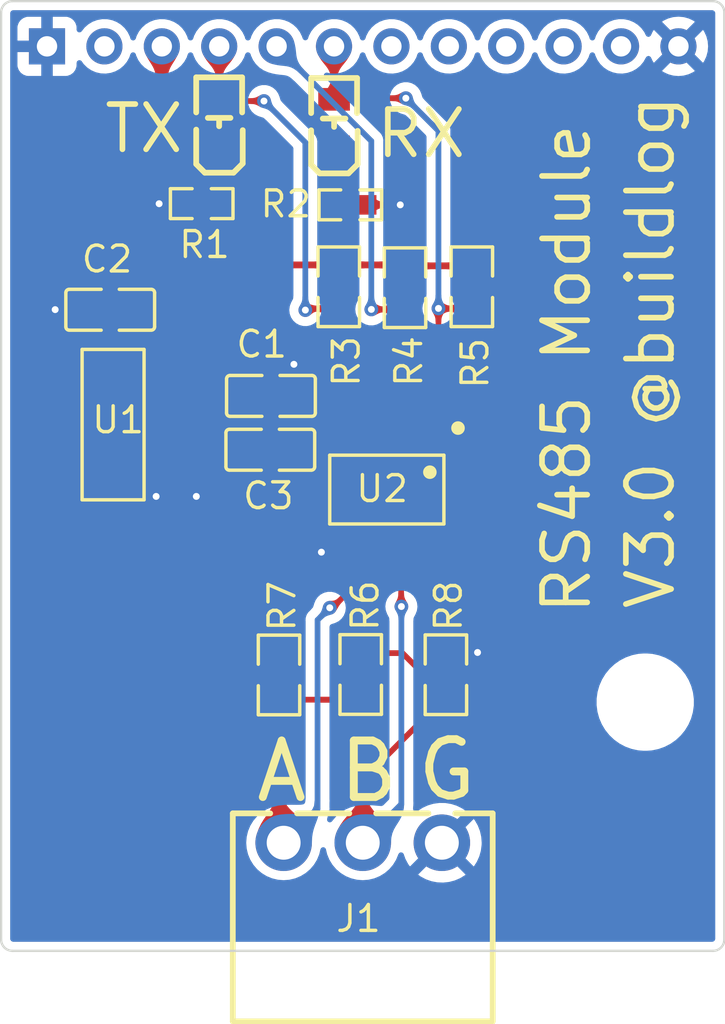
<source format=kicad_pcb>
(kicad_pcb (version 20211014) (generator pcbnew)
  (layers (0 "F.Cu" signal) (31 "B.Cu" signal) (34 "B.Paste" user) (35 "F.Paste" user) (36 "B.SilkS" user "B.Silkscreen") (37 "F.SilkS" user "F.Silkscreen") (38 "B.Mask" user) (39 "F.Mask" user) (44 "Edge.Cuts" user))
  (net 0 "")
  (net 1 "MOD_CTRL")
  (net 2 "MOD_RX")
  (net 3 "U2_6")
  (net 4 "U2_7")
  (net 5 "MOD_TX")
  (net 6 "GND")
  (net 7 "+5V")
  (net 8 "+3V3")
  (net 9 "R2_2")
  (net 10 "R1_2")
  (footprint "easyeda:R0805" (layer "F.Cu") (at 132.04 91.654 90)
    (fp_text reference "R4")
    (fp_text value "10kΩ" hide)
  )
  (footprint "easyeda:R0805" (layer "F.Cu") (at 126.465 108.78 90)
    (fp_text reference "R7")
    (fp_text value "20kΩ" hide)
  )
  (footprint "easyeda:LED0805-R-RD" (layer "F.Cu") (at 128.902 84.374 90)
    (fp_text reference "LED2" hide)
    (fp_text value "SZYY0805G" hide)
  )
  (footprint "easyeda:R0805" (layer "F.Cu") (at 134.998 91.613 90)
    (fp_text reference "R5")
    (fp_text value "10kΩ" hide)
  )
  (footprint "easyeda:R0603" (layer "F.Cu") (at 129.62 87.99 180)
    (fp_text reference "R2")
    (fp_text value "2kΩ" hide)
  )
  (footprint "easyeda:CONN-TH_3P-P3.50_KF2EDGR-3.5-3P" (layer "F.Cu") (at 130.17 116.2)
    (fp_text reference "J1")
    (fp_text value "KF2EDGR-3.5-3P" hide)
  )
  (footprint "easyeda:SOT-223-4_L6.5-W3.5-P2.30-LS7.0-BR" (layer "F.Cu") (at 119.123 97.709)
    (fp_text reference "U1")
    (fp_text value "AMS1117-3.3_C369933" hide)
  )
  (footprint "easyeda:R0805" (layer "F.Cu") (at 130.08 108.76 -90)
    (fp_text reference "R6")
    (fp_text value "120Ω" hide)
  )
  (footprint "easyeda:C0805" (layer "F.Cu") (at 118.996 92.629)
    (fp_text reference "C2")
    (fp_text value "10uF" hide)
  )
  (footprint "easyeda:R0805" (layer "F.Cu") (at 129.11 91.613 90)
    (fp_text reference "R3")
    (fp_text value "10kΩ" hide)
  )
  (footprint "easyeda:6 PACK MODULE PCB BOTTOM" (layer "F.Cu") (at 144.139 80.981)
    (fp_text reference "MOD1" hide)
    (fp_text value "6 Pack Module Pins Bottom" hide)
    (fp_line (start -29.47 40) (end 1.53 40) (layer "Edge.Cuts") (width 0.1))
    (fp_line (start 2.03 39.5) (end 2.03 -1.5) (layer "Edge.Cuts") (width 0.1))
    (fp_line (start -29.97 -1.5) (end -29.97 39.5) (layer "Edge.Cuts") (width 0.1))
    (fp_line (start 1.53 -2) (end -29.47 -2) (layer "Edge.Cuts") (width 0.1))
    (fp_arc (start -29.97 -1.5) (mid -29.823553 -1.853553) (end -29.47 -2) (layer "Edge.Cuts") (width 0.1))
    (fp_arc (start 2.03 39.5) (mid 1.883553 39.853553) (end 1.53 40) (layer "Edge.Cuts") (width 0.1))
    (fp_arc (start -29.47 40) (mid -29.823553 39.853553) (end -29.97 39.5) (layer "Edge.Cuts") (width 0.1))
    (fp_arc (start 1.53 -2) (mid 1.883553 -1.853553) (end 2.03 -1.5) (layer "Edge.Cuts") (width 0.1))
  )
  (footprint "easyeda:C0805" (layer "F.Cu") (at 126.108 96.439 180)
    (fp_text reference "C1")
    (fp_text value "10uF" hide)
  )
  (footprint "easyeda:LED0805-R-RD" (layer "F.Cu") (at 123.816 84.3445 90)
    (fp_text reference "LED1" hide)
    (fp_text value "SZYY0805G" hide)
  )
  (footprint "easyeda:SOIC-8_L4.9-W3.9-P1.27-LS6.0-BL" (layer "F.Cu") (at 131.235 100.582 180)
    (fp_text reference "U2")
    (fp_text value "MAX3485ESA+T" hide)
  )
  (footprint "easyeda:R0603" (layer "F.Cu") (at 123.044 87.9365)
    (fp_text reference "R1")
    (fp_text value "2kΩ" hide)
  )
  (footprint "easyeda:R0805" (layer "F.Cu") (at 133.85 108.77 -90)
    (fp_text reference "R8")
    (fp_text value "20kΩ" hide)
  )
  (footprint "easyeda:C0805" (layer "F.Cu") (at 126.08 98.82 180)
    (fp_text reference "C3")
    (fp_text value "100nF" hide)
  )
  (gr_text "B" (at 128.95 113.04) (layer "F.SilkS") (effects (font (size 2.5 2.5) (thickness 0.35)) (justify left)))
  (gr_text "V3.0 @buildlog" (at 142.9 106 90) (layer "F.SilkS") (effects (font (size 2 2) (thickness 0.25)) (justify left)))
  (gr_text "G" (at 132.41 112.98) (layer "F.SilkS") (effects (font (size 2.5 2.5) (thickness 0.35)) (justify left)))
  (gr_text "RS485 Module" (at 139.19 106.21 90) (layer "F.SilkS") (effects (font (size 2 2) (thickness 0.25)) (justify left)))
  (gr_text "RX" (at 130.64 84.84) (layer "F.SilkS") (effects (font (size 2 2) (thickness 0.25)) (justify left)))
  (gr_text "A" (at 125.28 113.04) (layer "F.SilkS") (effects (font (size 2.5 2.5) (thickness 0.35)) (justify left)))
  (gr_text "TX" (at 118.61 84.62) (layer "F.SilkS") (effects (font (size 2 2) (thickness 0.25)) (justify left)))
  (segment (start 131.87 97.81) (end 131.87 92.79) (width 0.25) (layer "F.Cu") (net 1))
  (segment (start 131.87 92.79) (end 132.04 92.62) (width 0.25) (layer "F.Cu") (net 1))
  (segment (start 130.6 97.81) (end 131.87 97.81) (width 0.25) (layer "F.Cu") (net 1))
  (segment (start 132.034 92.614) (end 130.55 92.614) (width 0.254) (layer "F.Cu") (net 1))
  (segment (start 132.04 92.62) (end 132.034 92.614) (width 0.254) (layer "F.Cu") (net 1))
  (via (at 130.55 92.614) (size 0.61) (drill 0.305) (layers "F.Cu" "B.Cu") (net 1))
  (segment (start 126.36 80.98) (end 130.55 85.17) (width 0.254) (layer "B.Cu") (net 1))
  (segment (start 130.55 85.17) (end 130.55 92.614) (width 0.254) (layer "B.Cu") (net 1))
  (segment (start 133.14 97.81) (end 133.14 94.93) (width 0.25) (layer "F.Cu") (net 2))
  (segment (start 133.52 94.55) (end 133.52 92.57) (width 0.25) (layer "F.Cu") (net 2))
  (segment (start 128.902 83.274) (end 132.077 83.274) (width 0.254) (layer "F.Cu") (net 2))
  (segment (start 128.899 80.981) (end 128.902 83.274) (width 0.254) (layer "F.Cu") (net 2))
  (segment (start 134.998 92.579) (end 133.529 92.579) (width 0.254) (layer "F.Cu") (net 2))
  (segment (start 133.14 94.93) (end 133.52 94.55) (width 0.25) (layer "F.Cu") (net 2))
  (segment (start 133.529 92.579) (end 133.52 92.57) (width 0.254) (layer "F.Cu") (net 2))
  (via (at 132.077 83.274) (size 0.61) (drill 0.305) (layers "F.Cu" "B.Cu") (net 2))
  (via (at 133.52 92.57) (size 0.61) (drill 0.305) (layers "F.Cu" "B.Cu") (net 2))
  (segment (start 132.077 83.274) (end 133.52 84.717) (width 0.254) (layer "B.Cu") (net 2))
  (segment (start 133.52 84.717) (end 133.52 92.57) (width 0.254) (layer "B.Cu") (net 2))
  (segment (start 129.894 109.873) (end 126.465 109.873) (width 0.254) (layer "F.Cu") (net 3))
  (segment (start 130.6 104.0385) (end 128.8285 105.81) (width 0.25) (layer "F.Cu") (net 3))
  (segment (start 126.67 116.2) (end 126.465 115.995) (width 0.254) (layer "F.Cu") (net 3))
  (segment (start 126.465 115.995) (end 126.465 110.116) (width 0.254) (layer "F.Cu") (net 3))
  (segment (start 126.465 110.242) (end 126.67 110.037) (width 0.254) (layer "F.Cu") (net 3))
  (segment (start 128.347 109.873) (end 129.894 109.873) (width 0.254) (layer "F.Cu") (net 3))
  (segment (start 128.31 109.873) (end 129.894 109.873) (width 0.254) (layer "F.Cu") (net 3))
  (segment (start 130.6 103.354) (end 130.6 104.0385) (width 0.25) (layer "F.Cu") (net 3))
  (via (at 128.71 105.81) (size 0.61) (drill 0.305) (layers "F.Cu" "B.Cu") (net 3))
  (segment (start 128.17 106.35) (end 128.71 105.81) (width 0.254) (layer "B.Cu") (net 3))
  (segment (start 128.17 114.7) (end 128.17 106.35) (width 0.254) (layer "B.Cu") (net 3))
  (segment (start 126.67 116.2) (end 128.17 114.7) (width 0.254) (layer "B.Cu") (net 3))
  (segment (start 133.85 109.736) (end 131.928 107.814) (width 0.254) (layer "F.Cu") (net 4))
  (segment (start 131.928 107.814) (end 130.021 107.814) (width 0.254) (layer "F.Cu") (net 4))
  (segment (start 131.87 105.744) (end 131.88 105.754) (width 0.25) (layer "F.Cu") (net 4))
  (segment (start 131.87 103.354) (end 131.87 105.744) (width 0.25) (layer "F.Cu") (net 4))
  (segment (start 133.708 109.878) (end 130.169 113.417) (width 0.254) (layer "F.Cu") (net 4))
  (segment (start 130.169 113.417) (end 130.169 116.2) (width 0.254) (layer "F.Cu") (net 4))
  (via (at 131.88 105.754) (size 0.61) (drill 0.305) (layers "F.Cu" "B.Cu") (net 4))
  (segment (start 130.17 116.2) (end 131.88 114.49) (width 0.254) (layer "B.Cu") (net 4))
  (segment (start 131.88 114.49) (end 131.88 105.754) (width 0.254) (layer "B.Cu") (net 4))
  (segment (start 129.33 97.81) (end 129.33 92.753) (width 0.25) (layer "F.Cu") (net 5))
  (segment (start 127.695 92.579) (end 127.63 92.644) (width 0.254) (layer "F.Cu") (net 5))
  (segment (start 129.33 92.753) (end 129.156 92.579) (width 0.25) (layer "F.Cu") (net 5))
  (segment (start 125.8 83.4) (end 123.948 83.4) (width 0.254) (layer "F.Cu") (net 5))
  (segment (start 129.156 92.579) (end 127.695 92.579) (width 0.254) (layer "F.Cu") (net 5))
  (segment (start 123.948 83.4) (end 123.822 83.274) (width 0.254) (layer "F.Cu") (net 5))
  (segment (start 123.822 83.274) (end 123.819 80.981) (width 0.254) (layer "F.Cu") (net 5))
  (via (at 125.8 83.4) (size 0.61) (drill 0.305) (layers "F.Cu" "B.Cu") (net 5))
  (via (at 127.63 92.644) (size 0.61) (drill 0.305) (layers "F.Cu" "B.Cu") (net 5))
  (segment (start 127.63 85.23) (end 127.63 92.644) (width 0.254) (layer "B.Cu") (net 5))
  (segment (start 125.8 83.4) (end 127.63 85.23) (width 0.254) (layer "B.Cu") (net 5))
  (segment (start 121.903 100.009) (end 121.028 100.884) (width 0.254) (layer "F.Cu") (net 6))
  (segment (start 128.344 103.354) (end 129.33 103.354) (width 0.25) (layer "F.Cu") (net 6))
  (segment (start 128.34 103.35) (end 128.344 103.354) (width 0.25) (layer "F.Cu") (net 6))
  (segment (start 116.565 92.629) (end 116.56 92.624) (width 0.254) (layer "F.Cu") (net 6))
  (segment (start 135.232 107.804) (end 135.25 107.786) (width 0.254) (layer "F.Cu") (net 6))
  (segment (start 121.958 100.009) (end 121.958 100.036) (width 0.254) (layer "F.Cu") (net 6))
  (segment (start 127.11 98.82) (end 127.11 96.467) (width 0.5) (layer "F.Cu") (net 6))
  (segment (start 121.958 100.036) (end 122.806 100.884) (width 0.254) (layer "F.Cu") (net 6))
  (segment (start 117.966 92.629) (end 116.565 92.629) (width 0.254) (layer "F.Cu") (net 6))
  (segment (start 131.83 87.99) (end 130.373 87.99) (width 0.254) (layer "F.Cu") (net 6))
  (segment (start 122.2875 87.94) (end 122.291 87.9365) (width 0.254) (layer "F.Cu") (net 6))
  (segment (start 127.11 96.467) (end 127.138 96.439) (width 0.25) (layer "F.Cu") (net 6))
  (segment (start 133.85 107.804) (end 135.232 107.804) (width 0.254) (layer "F.Cu") (net 6))
  (segment (start 121.16 87.94) (end 122.2875 87.94) (width 0.254) (layer "F.Cu") (net 6))
  (segment (start 127.137 96.439) (end 127.124 95.042) (width 0.5) (layer "F.Cu") (net 6))
  (segment (start 121.958 100.009) (end 121.903 100.009) (width 0.254) (layer "F.Cu") (net 6))
  (via (at 135.25 107.786) (size 0.61) (drill 0.305) (layers "F.Cu" "B.Cu") (net 6))
  (via (at 128.34 103.35) (size 0.61) (drill 0.305) (layers "F.Cu" "B.Cu") (net 6))
  (via (at 127.124 95.042) (size 0.61) (drill 0.305) (layers "F.Cu" "B.Cu") (net 6))
  (via (at 121.16 87.94) (size 0.61) (drill 0.305) (layers "F.Cu" "B.Cu") (net 6))
  (via (at 121.028 100.884) (size 0.61) (drill 0.305) (layers "F.Cu" "B.Cu") (net 6))
  (via (at 122.806 100.884) (size 0.61) (drill 0.305) (layers "F.Cu" "B.Cu") (net 6))
  (via (at 131.83 87.99) (size 0.61) (drill 0.305) (layers "F.Cu" "B.Cu") (net 6))
  (via (at 116.56 92.624) (size 0.61) (drill 0.305) (layers "F.Cu" "B.Cu") (net 6))
  (segment (start 121.279 85.575) (end 120.025 86.829) (width 0.5) (layer "F.Cu") (net 7))
  (segment (start 121.279 80.981) (end 121.279 85.575) (width 0.5) (layer "F.Cu") (net 7))
  (segment (start 120.025 86.829) (end 120.025 92.629) (width 0.5) (layer "F.Cu") (net 7))
  (segment (start 120.026 92.629) (end 121.958 94.561) (width 0.5) (layer "F.Cu") (net 7))
  (segment (start 121.958 94.561) (end 121.958 95.409) (width 0.5) (layer "F.Cu") (net 7))
  (segment (start 122.741 97.709) (end 124.011 96.439) (width 0.3) (layer "F.Cu") (net 8))
  (segment (start 125.05 98.82) (end 125.05 106.399) (width 0.3) (layer "F.Cu") (net 8))
  (segment (start 132.04 90.688) (end 134.957 90.688) (width 0.3) (layer "F.Cu") (net 8))
  (segment (start 131.999 90.647) (end 132.04 90.688) (width 0.3) (layer "F.Cu") (net 8))
  (segment (start 121.958 97.709) (end 122.839 97.709) (width 0.3) (layer "F.Cu") (net 8))
  (segment (start 133.14 102.6655) (end 133.14 103.354) (width 0.254) (layer "F.Cu") (net 8))
  (segment (start 125.05 98.82) (end 125.05 100.62) (width 0.3) (layer "F.Cu") (net 8))
  (segment (start 122.839 97.709) (end 123.95 98.82) (width 0.3) (layer "F.Cu") (net 8))
  (segment (start 124.011 96.439) (end 125.078 96.439) (width 0.3) (layer "F.Cu") (net 8))
  (segment (start 125.05 100.62) (end 125.259 100.829) (width 0.3) (layer "F.Cu") (net 8))
  (segment (start 125.078 96.439) (end 125.078 92.602) (width 0.3) (layer "F.Cu") (net 8))
  (segment (start 125.078 92.602) (end 127.033 90.647) (width 0.3) (layer "F.Cu") (net 8))
  (segment (start 122.725 97.709) (end 122.741 97.709) (width 0.3) (layer "F.Cu") (net 8))
  (segment (start 134.957 90.688) (end 134.998 90.647) (width 0.3) (layer "F.Cu") (net 8))
  (segment (start 125.259 100.829) (end 131.3035 100.829) (width 0.3) (layer "F.Cu") (net 8))
  (segment (start 125.05 106.399) (end 126.465 107.814) (width 0.3) (layer "F.Cu") (net 8))
  (segment (start 122.795 97.709) (end 122.799 97.709) (width 0.3) (layer "F.Cu") (net 8))
  (segment (start 129.156 90.647) (end 131.999 90.647) (width 0.3) (layer "F.Cu") (net 8))
  (segment (start 131.3035 100.829) (end 133.14 102.6655) (width 0.3) (layer "F.Cu") (net 8))
  (segment (start 123.95 98.82) (end 125.05 98.82) (width 0.3) (layer "F.Cu") (net 8))
  (segment (start 121.958 97.709) (end 122.725 97.709) (width 0.254) (layer "F.Cu") (net 8))
  (segment (start 121.958 97.709) (end 122.795 97.709) (width 0.254) (layer "F.Cu") (net 8))
  (segment (start 127.033 90.647) (end 129.156 90.647) (width 0.3) (layer "F.Cu") (net 8))
  (segment (start 128.902 87.955) (end 128.867 87.99) (width 0.254) (layer "F.Cu") (net 9))
  (segment (start 128.902 85.474) (end 128.902 87.955) (width 0.254) (layer "F.Cu") (net 9))
  (segment (start 123.822 87.9115) (end 123.797 87.9365) (width 0.254) (layer "F.Cu") (net 10))
  (segment (start 123.822 85.474) (end 123.822 87.9115) (width 0.254) (layer "F.Cu") (net 10))
  (zone (net 5) (net_name "MOD_TX") (layer "F.Cu") (priority 16962) (connect_pads yes (clearance 0)) (min_thickness 0.0254) (fill yes (thermal_gap 0.508) (thermal_bridge_width 0.508))
    (polygon (pts (xy 125.195 83.527) (xy 125.263327 83.528718) (xy 125.321345 83.533765) (xy 125.371159 83.541978) (xy 125.414875 83.553196) (xy 125.4546 83.567255) (xy 125.492438 83.583994) (xy 125.530497 83.60325) (xy 125.570882 83.624861) (xy 125.615699 83.648665) (xy 125.667054 83.6745) (xy 125.9525 83.4) (xy 125.667054 83.1255) (xy 125.615699 83.151334) (xy 125.570882 83.175138) (xy 125.530497 83.196749) (xy 125.492438 83.216005) (xy 125.4546 83.232744) (xy 125.414875 83.246803) (xy 125.371159 83.258021) (xy 125.321345 83.266234) (xy 125.263327 83.271281) (xy 125.195 83.273)))
  )
  (zone (net 2) (net_name "MOD_RX") (layer "F.Cu") (priority 16962) (connect_pads yes (clearance 0)) (min_thickness 0.0254) (fill yes (thermal_gap 0.508) (thermal_bridge_width 0.508))
    (polygon (pts (xy 133.8715 92.706) (xy 134.002527 92.711802) (xy 134.111057 92.728332) (xy 134.201937 92.754274) (xy 134.280014 92.788312) (xy 134.350136 92.829129) (xy 134.41715 92.87541) (xy 134.485902 92.925838) (xy 134.561242 92.979099) (xy 134.648015 93.033874) (xy 134.751069 93.08885) (xy 135.28125 92.579) (xy 134.751069 92.06915) (xy 134.648015 92.124125) (xy 134.561242 92.1789) (xy 134.485902 92.232161) (xy 134.41715 92.282589) (xy 134.350136 92.32887) (xy 134.280014 92.369687) (xy 134.201937 92.403725) (xy 134.111057 92.429667) (xy 134.002527 92.446197) (xy 133.8715 92.452)))
  )
  (zone (net 5) (net_name "MOD_TX") (layer "F.Cu") (priority 16962) (connect_pads yes (clearance 0)) (min_thickness 0.0254) (fill yes (thermal_gap 0.508) (thermal_bridge_width 0.508))
    (polygon (pts (xy 128.24 92.452) (xy 128.164418 92.450544) (xy 128.100205 92.446361) (xy 128.04492 92.439726) (xy 127.996121 92.430915) (xy 127.951366 92.420205) (xy 127.908215 92.407871) (xy 127.864225 92.39419) (xy 127.816955 92.379437) (xy 127.763964 92.363888) (xy 127.702811 92.347819) (xy 127.48085 92.675786) (xy 127.817241 92.88476) (xy 127.85936 92.851384) (xy 127.896822 92.821337) (xy 127.931384 92.794661) (xy 127.964808 92.7714) (xy 127.998853 92.751598) (xy 128.035279 92.735299) (xy 128.075847 92.722546) (xy 128.122316 92.713383) (xy 128.176447 92.707853) (xy 128.24 92.706)))
  )
  (zone (net 1) (net_name "MOD_CTRL") (layer "F.Cu") (priority 16962) (connect_pads yes (clearance 0)) (min_thickness 0.0254) (fill yes (thermal_gap 0.508) (thermal_bridge_width 0.508))
    (polygon (pts (xy 130.9075 92.741) (xy 131.038808 92.746779) (xy 131.147601 92.763264) (xy 131.238716 92.789177) (xy 131.316988 92.823241) (xy 131.387251 92.864176) (xy 131.454341 92.910706) (xy 131.523094 92.961551) (xy 131.598344 93.015434) (xy 131.684926 93.071078) (xy 131.787678 93.127203) (xy 132.323234 92.623002) (xy 131.798487 92.107562) (xy 131.693898 92.161882) (xy 131.605795 92.216075) (xy 131.529288 92.268822) (xy 131.459485 92.318807) (xy 131.391493 92.364714) (xy 131.320421 92.405226) (xy 131.241377 92.439027) (xy 131.14947 92.464801) (xy 131.039808 92.48123) (xy 130.9075 92.487)))
  )
  (zone (net 5) (net_name "MOD_TX") (layer "F.Cu") (priority 16962) (connect_pads yes (clearance 0)) (min_thickness 0.0254) (fill yes (thermal_gap 0.508) (thermal_bridge_width 0.508))
    (polygon (pts (xy 129.455 93.6695) (xy 129.460497 93.520965) (xy 129.475527 93.396565) (xy 129.497895 93.290792) (xy 129.525409 93.198138) (xy 129.555874 93.113097) (xy 129.587096 93.03016) (xy 129.616883 92.94382) (xy 129.643039 92.84857) (xy 129.663372 92.738902) (xy 129.675688 92.609309) (xy 129.000351 92.317835) (xy 128.735493 93.004048) (xy 128.813356 93.068707) (xy 128.88659 93.124271) (xy 128.954355 93.174307) (xy 129.015811 93.222383) (xy 129.070118 93.272068) (xy 129.116435 93.326929) (xy 129.153921 93.390535) (xy 129.181738 93.466453) (xy 129.199044 93.558252) (xy 129.205 93.6695)))
  )
  (zone (net 2) (net_name "MOD_RX") (layer "F.Cu") (priority 16962) (connect_pads yes (clearance 0)) (min_thickness 0.0254) (fill yes (thermal_gap 0.508) (thermal_bridge_width 0.508))
    (polygon (pts (xy 134.134 92.452) (xy 134.065287 92.450298) (xy 134.00689 92.445271) (xy 133.956721 92.437037) (xy 133.912699 92.425713) (xy 133.872736 92.411418) (xy 133.834751 92.394269) (xy 133.796657 92.374383) (xy 133.75637 92.351879) (xy 133.711806 92.326874) (xy 133.660881 92.299487) (xy 133.367565 92.565561) (xy 133.644898 92.848254) (xy 133.698503 92.82327) (xy 133.745249 92.800273) (xy 133.787317 92.779414) (xy 133.826889 92.760845) (xy 133.866143 92.744718) (xy 133.907263 92.731183) (xy 133.952427 92.720392) (xy 134.003818 92.712497) (xy 134.063615 92.707649) (xy 134.134 92.706)))
  )
  (zone (net 3) (net_name "U2_6") (layer "F.Cu") (priority 16962) (connect_pads yes (clearance 0)) (min_thickness 0.0254) (fill yes (thermal_gap 0.508) (thermal_bridge_width 0.508))
    (polygon (pts (xy 126.338 113.715) (xy 126.321526 114.027811) (xy 126.275573 114.284382) (xy 126.205342 114.497499) (xy 126.116037 114.679949) (xy 126.01286 114.844519) (xy 125.901012 115.003996) (xy 125.785696 115.171168) (xy 125.672114 115.358819) (xy 125.56547 115.579739) (xy 125.470964 115.846713) (xy 126.772344 116.816563) (xy 127.690592 115.478273) (xy 127.530312 115.273795) (xy 127.371666 115.105187) (xy 127.218243 114.961343) (xy 127.073632 114.831158) (xy 126.941421 114.703527) (xy 126.8252 114.567344) (xy 126.728559 114.411505) (xy 126.655085 114.224905) (xy 126.608369 113.996438) (xy 126.592 113.715)))
  )
  (zone (net 5) (net_name "MOD_TX") (layer "F.Cu") (priority 16962) (connect_pads yes (clearance 0)) (min_thickness 0.0254) (fill yes (thermal_gap 0.508) (thermal_bridge_width 0.508))
    (polygon (pts (xy 129.205 97.226) (xy 129.203408 97.291903) (xy 129.198721 97.34793) (xy 129.191067 97.396092) (xy 129.180579 97.438398) (xy 129.167385 97.476859) (xy 129.151616 97.513485) (xy 129.133403 97.550286) (xy 129.112876 97.589274) (xy 129.090165 97.632458) (xy 129.0654 97.681849) (xy 129.33 97.957) (xy 129.5946 97.681849) (xy 129.569834 97.632458) (xy 129.547123 97.589274) (xy 129.526596 97.550286) (xy 129.508383 97.513485) (xy 129.492614 97.476859) (xy 129.47942 97.438398) (xy 129.468932 97.396092) (xy 129.461278 97.34793) (xy 129.456591 97.291903) (xy 129.455 97.226)))
  )
  (zone (net 8) (net_name "+3V3") (layer "F.Cu") (priority 16962) (connect_pads yes (clearance 0)) (min_thickness 0.0254) (fill yes (thermal_gap 0.508) (thermal_bridge_width 0.508))
    (polygon (pts (xy 122.790497 97.479898) (xy 122.723839 97.533497) (xy 122.661761 97.558514) (xy 122.602942 97.559435) (xy 122.546061 97.540745) (xy 122.4898 97.50693) (xy 122.432837 97.462477) (xy 122.373855 97.411871) (xy 122.311532 97.359599) (xy 122.244549 97.310146) (xy 122.171586 97.268) (xy 121.713 97.709) (xy 122.304482 98.055482) (xy 122.373283 97.99423) (xy 122.438374 97.949631) (xy 122.500959 97.917246) (xy 122.562243 97.892634) (xy 122.62343 97.871353) (xy 122.685727 97.848964) (xy 122.750337 97.821024) (xy 122.818466 97.783095) (xy 122.89132 97.730735) (xy 122.970102 97.659503)))
  )
  (zone (net 6) (net_name "GND") (layer "F.Cu") (priority 16962) (connect_pads yes (clearance 0)) (min_thickness 0.0254) (fill yes (thermal_gap 0.508) (thermal_bridge_width 0.508))
    (polygon (pts (xy 131.225 88.117) (xy 131.293327 88.118718) (xy 131.351345 88.123765) (xy 131.401159 88.131978) (xy 131.444875 88.143196) (xy 131.4846 88.157255) (xy 131.522438 88.173994) (xy 131.560497 88.19325) (xy 131.600882 88.214861) (xy 131.645699 88.238665) (xy 131.697054 88.2645) (xy 131.9825 87.99) (xy 131.697054 87.7155) (xy 131.645699 87.741334) (xy 131.600882 87.765138) (xy 131.560497 87.786749) (xy 131.522438 87.806005) (xy 131.4846 87.822744) (xy 131.444875 87.836803) (xy 131.401159 87.848021) (xy 131.351345 87.856234) (xy 131.293327 87.861281) (xy 131.225 87.863)))
  )
  (zone (net 6) (net_name "GND") (layer "F.Cu") (priority 16962) (connect_pads yes (clearance 0)) (min_thickness 0.0254) (fill yes (thermal_gap 0.508) (thermal_bridge_width 0.508))
    (polygon (pts (xy 121.365997 100.366398) (xy 121.316467 100.413497) (xy 121.271873 100.450953) (xy 121.230842 100.480369) (xy 121.191998 100.503349) (xy 121.153967 100.521497) (xy 121.115375 100.536417) (xy 121.074847 100.549713) (xy 121.031009 100.562988) (xy 120.982487 100.577846) (xy 120.927907 100.595892) (xy 120.920167 100.991833) (xy 121.316108 100.984093) (xy 121.334153 100.929512) (xy 121.349011 100.88099) (xy 121.362286 100.837152) (xy 121.375582 100.796624) (xy 121.390502 100.758032) (xy 121.40865 100.720001) (xy 121.43163 100.681157) (xy 121.461046 100.640126) (xy 121.498502 100.595532) (xy 121.545602 100.546003)))
  )
  (zone (net 8) (net_name "+3V3") (layer "F.Cu") (priority 16962) (connect_pads yes (clearance 0)) (min_thickness 0.0254) (fill yes (thermal_gap 0.508) (thermal_bridge_width 0.508))
    (polygon (pts (xy 133.8605 90.838) (xy 133.995639 90.843125) (xy 134.108376 90.857714) (xy 134.203581 90.880584) (xy 134.286124 90.910552) (xy 134.360876 90.946437) (xy 134.432706 90.987055) (xy 134.506485 91.031226) (xy 134.587083 91.077766) (xy 134.679371 91.125493) (xy 134.788218 91.173225) (xy 135.280522 90.626714) (xy 134.715188 90.156145) (xy 134.618748 90.215894) (xy 134.536682 90.273381) (xy 134.464513 90.327656) (xy 134.397767 90.377771) (xy 134.331966 90.422779) (xy 134.262636 90.461729) (xy 134.1853 90.493675) (xy 134.095483 90.517667) (xy 133.988708 90.532758) (xy 133.8605 90.538)))
  )
  (zone (net 2) (net_name "MOD_RX") (layer "F.Cu") (priority 16962) (connect_pads yes (clearance 0)) (min_thickness 0.0254) (fill yes (thermal_gap 0.508) (thermal_bridge_width 0.508))
    (polygon (pts (xy 129.892 83.147) (xy 129.772963 83.142281) (xy 129.673831 83.128921) (xy 129.590236 83.108113) (xy 129.517809 83.081051) (xy 129.452182 83.048929) (xy 129.388985 83.012941) (xy 129.323851 82.97428) (xy 129.25241 82.93414) (xy 129.170295 82.893716) (xy 129.073137 82.854201) (xy 128.653292 83.349378) (xy 129.1645 83.74955) (xy 129.246216 83.695231) (xy 129.31559 83.642886) (xy 129.376503 83.593397) (xy 129.432837 83.547644) (xy 129.488472 83.506511) (xy 129.547289 83.470879) (xy 129.613169 83.441629) (xy 129.689993 83.419645) (xy 129.781643 83.405808) (xy 129.892 83.401)))
  )
  (zone (net 6) (net_name "GND") (layer "F.Cu") (priority 16962) (connect_pads yes (clearance 0)) (min_thickness 0.0254) (fill yes (thermal_gap 0.508) (thermal_bridge_width 0.508))
    (polygon (pts (xy 117.17 92.502) (xy 117.101469 92.500291) (xy 117.043249 92.495257) (xy 116.993246 92.487035) (xy 116.949366 92.475762) (xy 116.909516 92.461574) (xy 116.871602 92.444609) (xy 116.833529 92.425004) (xy 116.793205 92.402895) (xy 116.748535 92.378421) (xy 116.697427 92.351717) (xy 116.407521 92.621501) (xy 116.688429 92.900642) (xy 116.741042 92.875274) (xy 116.786938 92.851912) (xy 116.828264 92.830712) (xy 116.867167 92.811831) (xy 116.905796 92.795424) (xy 116.946298 92.781649) (xy 116.990821 92.770662) (xy 117.041514 92.762621) (xy 117.100524 92.757681) (xy 117.17 92.756)))
  )
  (zone (net 5) (net_name "MOD_TX") (layer "F.Cu") (priority 16962) (connect_pads yes (clearance 0)) (min_thickness 0.0254) (fill yes (thermal_gap 0.508) (thermal_bridge_width 0.508))
    (polygon (pts (xy 128.0295 92.706) (xy 128.154581 92.712017) (xy 128.25779 92.729098) (xy 128.343852 92.755781) (xy 128.417492 92.790608) (xy 128.483435 92.832119) (xy 128.546406 92.878854) (xy 128.61113 92.929354) (xy 128.682331 92.98216) (xy 128.764736 93.035812) (xy 128.863069 93.08885) (xy 129.39325 92.579) (xy 128.863069 92.06915) (xy 128.764736 92.122187) (xy 128.682331 92.175839) (xy 128.61113 92.228645) (xy 128.546406 92.279145) (xy 128.483435 92.32588) (xy 128.417492 92.367391) (xy 128.343852 92.402218) (xy 128.25779 92.428901) (xy 128.154581 92.445982) (xy 128.0295 92.452)))
  )
  (zone (net 8) (net_name "+3V3") (layer "F.Cu") (priority 16962) (connect_pads yes (clearance 0)) (min_thickness 0.0254) (fill yes (thermal_gap 0.508) (thermal_bridge_width 0.508))
    (polygon (pts (xy 130.2525 90.497) (xy 130.120288 90.491831) (xy 130.010073 90.477022) (xy 129.917161 90.453621) (xy 129.836856 90.422674) (xy 129.764465 90.385227) (xy 129.695295 90.342329) (xy 129.62465 90.295025) (xy 129.547837 90.244362) (xy 129.460162 90.191388) (xy 129.356931 90.13715) (xy 128.82675 90.647) (xy 129.356931 91.15685) (xy 129.460162 91.102611) (xy 129.547837 91.049637) (xy 129.62465 90.998974) (xy 129.695295 90.95167) (xy 129.764465 90.908772) (xy 129.836856 90.871325) (xy 129.917161 90.840378) (xy 130.010073 90.816977) (xy 130.120288 90.802168) (xy 130.2525 90.797)))
  )
  (zone (net 3) (net_name "U2_6") (layer "F.Cu") (priority 16962) (connect_pads yes (clearance 0)) (min_thickness 0.0254) (fill yes (thermal_gap 0.508) (thermal_bridge_width 0.508))
    (polygon (pts (xy 128.9575 110) (xy 129.101633 110.005528) (xy 129.221862 110.020908) (xy 129.323591 110.044337) (xy 129.412223 110.074007) (xy 129.493162 110.108115) (xy 129.571811 110.144855) (xy 129.653575 110.182421) (xy 129.743858 110.219009) (xy 129.848062 110.252814) (xy 129.971592 110.28203) (xy 130.35384 109.6536) (xy 129.710951 109.296204) (xy 129.631238 109.369301) (xy 129.563364 109.438592) (xy 129.503253 109.503161) (xy 129.44683 109.562093) (xy 129.390018 109.61447) (xy 129.328744 109.659379) (xy 129.25893 109.695901) (xy 129.176501 109.723123) (xy 129.077383 109.740128) (xy 128.9575 109.746)))
  )
  (zone (net 6) (net_name "GND") (layer "F.Cu") (priority 16962) (connect_pads yes (clearance 0)) (min_thickness 0.0254) (fill yes (thermal_gap 0.508) (thermal_bridge_width 0.508))
    (polygon (pts (xy 122.288398 100.546003) (xy 122.335497 100.595532) (xy 122.372953 100.640126) (xy 122.402369 100.681157) (xy 122.425349 100.720001) (xy 122.443497 100.758032) (xy 122.458417 100.796624) (xy 122.471713 100.837152) (xy 122.484988 100.88099) (xy 122.499846 100.929512) (xy 122.517892 100.984093) (xy 122.913833 100.991833) (xy 122.906093 100.595892) (xy 122.851512 100.577846) (xy 122.80299 100.562988) (xy 122.759152 100.549713) (xy 122.718624 100.536417) (xy 122.680032 100.521497) (xy 122.642001 100.503349) (xy 122.603157 100.480369) (xy 122.562126 100.450953) (xy 122.517532 100.413497) (xy 122.468003 100.366398)))
  )
  (zone (net 3) (net_name "U2_6") (layer "F.Cu") (priority 16962) (connect_pads yes (clearance 0)) (min_thickness 0.0254) (fill yes (thermal_gap 0.508) (thermal_bridge_width 0.508))
    (polygon (pts (xy 130.725 103.938) (xy 130.726591 103.872096) (xy 130.731278 103.816069) (xy 130.738932 103.767907) (xy 130.74942 103.725601) (xy 130.762614 103.68714) (xy 130.778383 103.650514) (xy 130.796596 103.613713) (xy 130.817123 103.574725) (xy 130.839834 103.531541) (xy 130.8646 103.482151) (xy 130.6 103.207) (xy 130.3354 103.482151) (xy 130.360165 103.531541) (xy 130.382876 103.574725) (xy 130.403403 103.613713) (xy 130.421616 103.650514) (xy 130.437385 103.68714) (xy 130.450579 103.725601) (xy 130.461067 103.767907) (xy 130.468721 103.816069) (xy 130.473408 103.872096) (xy 130.475 103.938)))
  )
  (zone (net 1) (net_name "MOD_CTRL") (layer "F.Cu") (priority 16962) (connect_pads yes (clearance 0)) (min_thickness 0.0254) (fill yes (thermal_gap 0.508) (thermal_bridge_width 0.508))
    (polygon (pts (xy 131.286 97.935) (xy 131.351903 97.936591) (xy 131.40793 97.941278) (xy 131.456092 97.948932) (xy 131.498398 97.95942) (xy 131.536859 97.972614) (xy 131.573485 97.988383) (xy 131.610286 98.006596) (xy 131.649274 98.027123) (xy 131.692458 98.049834) (xy 131.741849 98.0746) (xy 132.017 97.81) (xy 131.741849 97.5454) (xy 131.692458 97.570165) (xy 131.649274 97.592876) (xy 131.610286 97.613403) (xy 131.573485 97.631616) (xy 131.536859 97.647385) (xy 131.498398 97.660579) (xy 131.456092 97.671067) (xy 131.40793 97.678721) (xy 131.351903 97.683408) (xy 131.286 97.685)))
  )
  (zone (net 8) (net_name "+3V3") (layer "F.Cu") (priority 16962) (connect_pads yes (clearance 0)) (min_thickness 0.0254) (fill yes (thermal_gap 0.508) (thermal_bridge_width 0.508))
    (polygon (pts (xy 125.2 100.165) (xy 125.206933 100.008467) (xy 125.226684 99.878821) (xy 125.257681 99.770267) (xy 125.298353 99.677011) (xy 125.347126 99.593258) (xy 125.40243 99.513214) (xy 125.462691 99.431082) (xy 125.526337 99.34107) (xy 125.591798 99.237383) (xy 125.6575 99.114225) (xy 125.05 98.4825) (xy 124.4425 99.114225) (xy 124.508201 99.237383) (xy 124.573662 99.34107) (xy 124.637308 99.431082) (xy 124.697569 99.513214) (xy 124.752873 99.593258) (xy 124.801646 99.677011) (xy 124.842318 99.770267) (xy 124.873315 99.878821) (xy 124.893066 100.008467) (xy 124.9 100.165)))
  )
  (zone (net 2) (net_name "MOD_RX") (layer "F.Cu") (priority 16962) (connect_pads yes (clearance 0)) (min_thickness 0.0254) (fill yes (thermal_gap 0.508) (thermal_bridge_width 0.508))
    (polygon (pts (xy 133.015 97.226) (xy 133.013408 97.291903) (xy 133.008721 97.34793) (xy 133.001067 97.396092) (xy 132.990579 97.438398) (xy 132.977385 97.476859) (xy 132.961616 97.513485) (xy 132.943403 97.550286) (xy 132.922876 97.589274) (xy 132.900165 97.632458) (xy 132.8754 97.681849) (xy 133.14 97.957) (xy 133.4046 97.681849) (xy 133.379834 97.632458) (xy 133.357123 97.589274) (xy 133.336596 97.550286) (xy 133.318383 97.513485) (xy 133.302614 97.476859) (xy 133.28942 97.438398) (xy 133.278932 97.396092) (xy 133.271278 97.34793) (xy 133.266591 97.291903) (xy 133.265 97.226)))
  )
  (zone (net 6) (net_name "GND") (layer "F.Cu") (priority 16962) (connect_pads yes (clearance 0)) (min_thickness 0.0254) (fill yes (thermal_gap 0.508) (thermal_bridge_width 0.508))
    (polygon (pts (xy 116.621 92.756) (xy 116.778496 92.763492) (xy 116.908356 92.784775) (xy 117.016574 92.818056) (xy 117.109146 92.861545) (xy 117.192068 92.913449) (xy 117.271335 92.971978) (xy 117.352944 93.035338) (xy 117.44289 93.10174) (xy 117.547168 93.169391) (xy 117.671775 93.2365) (xy 118.3035 92.629) (xy 117.671775 92.0215) (xy 117.547168 92.088608) (xy 117.44289 92.156259) (xy 117.352944 92.222661) (xy 117.271335 92.286021) (xy 117.192068 92.34455) (xy 117.109146 92.396454) (xy 117.016574 92.439943) (xy 116.908356 92.473224) (xy 116.778496 92.494507) (xy 116.621 92.502)))
  )
  (zone (net 6) (net_name "GND") (layer "F.Cu") (priority 16962) (connect_pads yes (clearance 0)) (min_thickness 0.0254) (fill yes (thermal_gap 0.508) (thermal_bridge_width 0.508))
    (polygon (pts (xy 121.765 87.813) (xy 121.696672 87.811281) (xy 121.638654 87.806234) (xy 121.58884 87.798021) (xy 121.545124 87.786803) (xy 121.505399 87.772744) (xy 121.467561 87.756005) (xy 121.429502 87.736749) (xy 121.389117 87.715138) (xy 121.3443 87.691334) (xy 121.292946 87.6655) (xy 121.0075 87.94) (xy 121.292946 88.2145) (xy 121.3443 88.188665) (xy 121.389117 88.164861) (xy 121.429502 88.14325) (xy 121.467561 88.123994) (xy 121.505399 88.107255) (xy 121.545124 88.093196) (xy 121.58884 88.081978) (xy 121.638654 88.073765) (xy 121.696672 88.068718) (xy 121.765 88.067)))
  )
  (zone (net 8) (net_name "+3V3") (layer "F.Cu") (priority 16962) (connect_pads yes (clearance 0)) (min_thickness 0.0254) (fill yes (thermal_gap 0.508) (thermal_bridge_width 0.508))
    (polygon (pts (xy 122.799 97.582) (xy 122.743926 97.581962) (xy 122.689973 97.581853) (xy 122.638238 97.581683) (xy 122.589823 97.581459) (xy 122.545824 97.581188) (xy 122.507342 97.580881) (xy 122.475476 97.580543) (xy 122.451324 97.580185) (xy 122.435985 97.579813) (xy 122.43056 97.579437) (xy 121.713 97.709) (xy 122.43056 97.838563) (xy 122.435985 97.838186) (xy 122.451324 97.837814) (xy 122.475476 97.837456) (xy 122.507342 97.837118) (xy 122.545824 97.836811) (xy 122.589823 97.83654) (xy 122.638238 97.836316) (xy 122.689973 97.836146) (xy 122.743926 97.836037) (xy 122.799 97.836)))
  )
  (zone (net 4) (net_name "U2_7") (layer "F.Cu") (priority 16962) (connect_pads yes (clearance 0)) (min_thickness 0.0254) (fill yes (thermal_gap 0.508) (thermal_bridge_width 0.508))
    (polygon (pts (xy 131.995 103.938) (xy 131.996591 103.872096) (xy 132.001278 103.816069) (xy 132.008932 103.767907) (xy 132.01942 103.725601) (xy 132.032614 103.68714) (xy 132.048383 103.650514) (xy 132.066596 103.613713) (xy 132.087123 103.574725) (xy 132.109834 103.531541) (xy 132.1346 103.482151) (xy 131.87 103.207) (xy 131.6054 103.482151) (xy 131.630165 103.531541) (xy 131.652876 103.574725) (xy 131.673403 103.613713) (xy 131.691616 103.650514) (xy 131.707385 103.68714) (xy 131.720579 103.725601) (xy 131.731067 103.767907) (xy 131.738721 103.816069) (xy 131.743408 103.872096) (xy 131.745 103.938)))
  )
  (zone (net 6) (net_name "GND") (layer "F.Cu") (priority 16962) (connect_pads yes (clearance 0)) (min_thickness 0.0254) (fill yes (thermal_gap 0.508) (thermal_bridge_width 0.508))
    (polygon (pts (xy 122.733695 100.63209) (xy 122.657004 100.548951) (xy 122.599715 100.473144) (xy 122.558384 100.402462) (xy 122.529567 100.334701) (xy 122.509823 100.267656) (xy 122.495707 100.199122) (xy 122.483776 100.126895) (xy 122.470589 100.048769) (xy 122.452701 99.962541) (xy 122.42667 99.866005) (xy 121.791508 99.829264) (xy 121.779619 100.465377) (xy 121.87625 100.499434) (xy 121.962601 100.523893) (xy 122.040926 100.542399) (xy 122.113484 100.558601) (xy 122.182531 100.576147) (xy 122.250323 100.598684) (xy 122.319118 100.62986) (xy 122.391173 100.673322) (xy 122.468745 100.732717) (xy 122.55409 100.811695)))
  )
  (zone (net 8) (net_name "+3V3") (layer "F.Cu") (priority 16962) (connect_pads yes (clearance 0)) (min_thickness 0.0254) (fill yes (thermal_gap 0.508) (thermal_bridge_width 0.508))
    (polygon (pts (xy 125.2 100.165) (xy 125.206933 100.008467) (xy 125.226684 99.878821) (xy 125.257681 99.770267) (xy 125.298353 99.677011) (xy 125.347126 99.593258) (xy 125.40243 99.513214) (xy 125.462691 99.431082) (xy 125.526337 99.34107) (xy 125.591798 99.237383) (xy 125.6575 99.114225) (xy 125.05 98.4825) (xy 124.4425 99.114225) (xy 124.508201 99.237383) (xy 124.573662 99.34107) (xy 124.637308 99.431082) (xy 124.697569 99.513214) (xy 124.752873 99.593258) (xy 124.801646 99.677011) (xy 124.842318 99.770267) (xy 124.873315 99.878821) (xy 124.893066 100.008467) (xy 124.9 100.165)))
  )
  (zone (net 2) (net_name "MOD_RX") (layer "F.Cu") (priority 16962) (connect_pads yes (clearance 0)) (min_thickness 0.0254) (fill yes (thermal_gap 0.508) (thermal_bridge_width 0.508))
    (polygon (pts (xy 128.773745 82.314168) (xy 128.769212 82.431275) (xy 128.755931 82.528789) (xy 128.734875 82.610902) (xy 128.70702 82.681805) (xy 128.673342 82.745691) (xy 128.634816 82.806752) (xy 128.592418 82.86918) (xy 128.547123 82.937167) (xy 128.499906 83.014905) (xy 128.451744 83.106586) (xy 128.902294 83.573999) (xy 129.351742 83.105525) (xy 129.303358 83.01395) (xy 129.255954 82.93632) (xy 129.210494 82.868439) (xy 129.167942 82.806111) (xy 129.129264 82.745141) (xy 129.095424 82.681334) (xy 129.067387 82.610496) (xy 129.046118 82.52843) (xy 129.032582 82.430941) (xy 129.027744 82.313836)))
  )
  (zone (net 2) (net_name "MOD_RX") (layer "F.Cu") (priority 16962) (connect_pads yes (clearance 0)) (min_thickness 0.0254) (fill yes (thermal_gap 0.508) (thermal_bridge_width 0.508))
    (polygon (pts (xy 131.472 83.401) (xy 131.540327 83.402718) (xy 131.598345 83.407765) (xy 131.648159 83.415978) (xy 131.691875 83.427196) (xy 131.7316 83.441255) (xy 131.769438 83.457994) (xy 131.807497 83.47725) (xy 131.847882 83.498861) (xy 131.892699 83.522665) (xy 131.944054 83.5485) (xy 132.2295 83.274) (xy 131.944054 82.9995) (xy 131.892699 83.025334) (xy 131.847882 83.049138) (xy 131.807497 83.070749) (xy 131.769438 83.090005) (xy 131.7316 83.106744) (xy 131.691875 83.120803) (xy 131.648159 83.132021) (xy 131.598345 83.140234) (xy 131.540327 83.145281) (xy 131.472 83.147)))
  )
  (zone (net 1) (net_name "MOD_CTRL") (layer "F.Cu") (priority 16962) (connect_pads yes (clearance 0)) (min_thickness 0.0254) (fill yes (thermal_gap 0.508) (thermal_bridge_width 0.508))
    (polygon (pts (xy 131.745 97.226) (xy 131.743408 97.291903) (xy 131.738721 97.34793) (xy 131.731067 97.396092) (xy 131.720579 97.438398) (xy 131.707385 97.476859) (xy 131.691616 97.513485) (xy 131.673403 97.550286) (xy 131.652876 97.589274) (xy 131.630165 97.632458) (xy 131.6054 97.681849) (xy 131.87 97.957) (xy 132.1346 97.681849) (xy 132.109834 97.632458) (xy 132.087123 97.589274) (xy 132.066596 97.550286) (xy 132.048383 97.513485) (xy 132.032614 97.476859) (xy 132.01942 97.438398) (xy 132.008932 97.396092) (xy 132.001278 97.34793) (xy 131.996591 97.291903) (xy 131.995 97.226)))
  )
  (zone (net 9) (net_name "R2_2") (layer "F.Cu") (priority 16962) (connect_pads yes (clearance 0)) (min_thickness 0.0254) (fill yes (thermal_gap 0.508) (thermal_bridge_width 0.508))
    (polygon (pts (xy 129.029 86.424) (xy 129.033732 86.308199) (xy 129.047261 86.211861) (xy 129.068586 86.13082) (xy 129.096705 86.06091) (xy 129.130616 85.997966) (xy 129.169318 85.937823) (xy 129.211808 85.876314) (xy 129.257087 85.809275) (xy 129.304151 85.73254) (xy 129.352 85.641944) (xy 128.902 85.174) (xy 128.452 85.641944) (xy 128.499848 85.73254) (xy 128.546912 85.809275) (xy 128.592191 85.876314) (xy 128.634681 85.937823) (xy 128.673383 85.997966) (xy 128.707294 86.06091) (xy 128.735413 86.13082) (xy 128.756738 86.211861) (xy 128.770267 86.308199) (xy 128.775 86.424)))
  )
  (zone (net 8) (net_name "+3V3") (layer "F.Cu") (priority 16962) (connect_pads yes (clearance 0)) (min_thickness 0.0254) (fill yes (thermal_gap 0.508) (thermal_bridge_width 0.508))
    (polygon (pts (xy 125.562379 107.123512) (xy 125.650677 107.219226) (xy 125.716685 107.306449) (xy 125.764467 107.387692) (xy 125.798084 107.465467) (xy 125.821601 107.542284) (xy 125.839079 107.620655) (xy 125.854583 107.703092) (xy 125.872175 107.792106) (xy 125.895918 107.890208) (xy 125.929875 107.999911) (xy 126.665287 108.014287) (xy 126.650911 107.278875) (xy 126.541208 107.244918) (xy 126.443106 107.221175) (xy 126.354092 107.203583) (xy 126.271655 107.188079) (xy 126.193284 107.170601) (xy 126.116467 107.147084) (xy 126.038692 107.113467) (xy 125.957449 107.065685) (xy 125.870226 106.999677) (xy 125.774512 106.911379)))
  )
  (zone (net 5) (net_name "MOD_TX") (layer "F.Cu") (priority 16962) (connect_pads yes (clearance 0)) (min_thickness 0.0254) (fill yes (thermal_gap 0.508) (thermal_bridge_width 0.508))
    (polygon (pts (xy 123.948079 82.570832) (xy 123.957305 82.383648) (xy 123.983943 82.229928) (xy 124.025624 82.10237) (xy 124.079976 81.993675) (xy 124.144629 81.896541) (xy 124.217214 81.803668) (xy 124.295359 81.707755) (xy 124.376694 81.601502) (xy 124.45885 81.477607) (xy 124.539455 81.32877) (xy 123.818477 80.581001) (xy 123.099457 81.330653) (xy 123.18045 81.479278) (xy 123.262929 81.602958) (xy 123.344542 81.708999) (xy 123.422938 81.804707) (xy 123.495765 81.89739) (xy 123.560673 81.994354) (xy 123.615309 82.102907) (xy 123.657324 82.230355) (xy 123.684364 82.384005) (xy 123.694081 82.571164)))
  )
  (zone (net 7) (net_name "+5V") (layer "F.Cu") (priority 16962) (connect_pads yes (clearance 0)) (min_thickness 0.0254) (fill yes (thermal_gap 0.508) (thermal_bridge_width 0.508))
    (polygon (pts (xy 119.775 91.284) (xy 119.770486 91.437026) (xy 119.757364 91.566223) (xy 119.736264 91.676539) (xy 119.707815 91.772921) (xy 119.672648 91.860316) (xy 119.631391 91.943674) (xy 119.584674 92.027942) (xy 119.533127 92.118067) (xy 119.47738 92.218998) (xy 119.418062 92.335682) (xy 120.026503 92.966499) (xy 120.63306 92.333868) (xy 120.573465 92.217488) (xy 120.517491 92.116807) (xy 120.465761 92.026886) (xy 120.418901 91.942788) (xy 120.377535 91.859575) (xy 120.342289 91.772312) (xy 120.313787 91.67606) (xy 120.292655 91.565882) (xy 120.279518 91.436841) (xy 120.275 91.284)))
  )
  (zone (net 7) (net_name "+5V") (layer "F.Cu") (priority 16962) (connect_pads yes (clearance 0)) (min_thickness 0.0254) (fill yes (thermal_gap 0.508) (thermal_bridge_width 0.508))
    (polygon (pts (xy 121.687886 94.644438) (xy 121.735363 94.703848) (xy 121.758037 94.760224) (xy 121.759828 94.814346) (xy 121.744658 94.866991) (xy 121.716446 94.918937) (xy 121.679114 94.970961) (xy 121.636583 95.023843) (xy 121.592773 95.078361) (xy 121.551605 95.135291) (xy 121.517 95.195414) (xy 121.958 95.654) (xy 122.304482 95.062518) (xy 122.249159 94.992954) (xy 122.216712 94.921855) (xy 122.200982 94.849163) (xy 122.195807 94.77482) (xy 122.195027 94.698769) (xy 122.192482 94.620953) (xy 122.182011 94.541314) (xy 122.157453 94.459795) (xy 122.112649 94.376338) (xy 122.041438 94.290886)))
  )
  (zone (net 5) (net_name "MOD_TX") (layer "F.Cu") (priority 16962) (connect_pads yes (clearance 0)) (min_thickness 0.0254) (fill yes (thermal_gap 0.508) (thermal_bridge_width 0.508))
    (polygon (pts (xy 123.693719 82.294168) (xy 123.689133 82.409529) (xy 123.675703 82.505504) (xy 123.654416 82.586228) (xy 123.62626 82.655839) (xy 123.592222 82.718471) (xy 123.55329 82.778262) (xy 123.51045 82.839348) (xy 123.464692 82.905865) (xy 123.417001 82.981949) (xy 123.368366 83.071738) (xy 123.813317 83.544485) (xy 124.268313 83.081399) (xy 124.221221 82.989894) (xy 124.174769 82.912415) (xy 124.12997 82.844763) (xy 124.087837 82.782743) (xy 124.049381 82.722156) (xy 124.015616 82.658807) (xy 123.987555 82.588497) (xy 123.966209 82.507029) (xy 123.952593 82.410208) (xy 123.947718 82.293836)))
  )
  (zone (net 1) (net_name "MOD_CTRL") (layer "F.Cu") (priority 16962) (connect_pads yes (clearance 0)) (min_thickness 0.0254) (fill yes (thermal_gap 0.508) (thermal_bridge_width 0.508))
    (polygon (pts (xy 131.155 92.487) (xy 131.086672 92.485281) (xy 131.028654 92.480234) (xy 130.97884 92.472021) (xy 130.935124 92.460803) (xy 130.895399 92.446744) (xy 130.857561 92.430005) (xy 130.819502 92.410749) (xy 130.779117 92.389138) (xy 130.7343 92.365334) (xy 130.682946 92.3395) (xy 130.3975 92.614) (xy 130.682946 92.8885) (xy 130.7343 92.862665) (xy 130.779117 92.838861) (xy 130.819502 92.81725) (xy 130.857561 92.797994) (xy 130.895399 92.781255) (xy 130.935124 92.767196) (xy 130.97884 92.755978) (xy 131.028654 92.747765) (xy 131.086672 92.742718) (xy 131.155 92.741)))
  )
  (zone (net 6) (net_name "GND") (layer "F.Cu") (priority 16962) (connect_pads yes (clearance 0)) (min_thickness 0.0254) (fill yes (thermal_gap 0.508) (thermal_bridge_width 0.508))
    (polygon (pts (xy 134.9765 107.677) (xy 134.845472 107.671197) (xy 134.736942 107.654667) (xy 134.646062 107.628725) (xy 134.567985 107.594687) (xy 134.497863 107.55387) (xy 134.430849 107.507589) (xy 134.362097 107.457161) (xy 134.286757 107.4039) (xy 134.199984 107.349125) (xy 134.096931 107.29415) (xy 133.56675 107.804) (xy 134.096931 108.31385) (xy 134.199984 108.258874) (xy 134.286757 108.204099) (xy 134.362097 108.150838) (xy 134.430849 108.10041) (xy 134.497863 108.054129) (xy 134.567985 108.013312) (xy 134.646062 107.979274) (xy 134.736942 107.953332) (xy 134.845472 107.936802) (xy 134.9765 107.931)))
  )
  (zone (net 3) (net_name "U2_6") (layer "F.Cu") (priority 16962) (connect_pads yes (clearance 0)) (min_thickness 0.0254) (fill yes (thermal_gap 0.508) (thermal_bridge_width 0.508))
    (polygon (pts (xy 129.104271 105.357453) (xy 129.060072 105.398892) (xy 129.019508 105.431236) (xy 128.981469 105.455675) (xy 128.944846 105.4734) (xy 128.908531 105.485603) (xy 128.871415 105.493476) (xy 128.832389 105.498209) (xy 128.790345 105.500994) (xy 128.744173 105.503023) (xy 128.692765 105.505488) (xy 128.576726 105.884122) (xy 128.959606 105.985275) (xy 128.995438 105.932192) (xy 129.024993 105.884883) (xy 129.050318 105.841848) (xy 129.073458 105.801586) (xy 129.09646 105.762597) (xy 129.121372 105.72338) (xy 129.15024 105.682435) (xy 129.185111 105.638262) (xy 129.22803 105.58936) (xy 129.281047 105.534229)))
  )
  (zone (net 9) (net_name "R2_2") (layer "F.Cu") (priority 16962) (connect_pads yes (clearance 0)) (min_thickness 0.0254) (fill yes (thermal_gap 0.508) (thermal_bridge_width 0.508))
    (polygon (pts (xy 128.775 87.182) (xy 128.771735 87.27175) (xy 128.762264 87.347003) (xy 128.747066 87.410731) (xy 128.726623 87.465906) (xy 128.701416 87.5155) (xy 128.671927 87.562485) (xy 128.638637 87.609831) (xy 128.602027 87.660511) (xy 128.562578 87.717497) (xy 128.520772 87.783761) (xy 128.849652 88.190751) (xy 129.243477 87.846217) (xy 129.211632 87.769385) (xy 129.180339 87.703728) (xy 129.150256 87.645922) (xy 129.122045 87.592645) (xy 129.096363 87.540573) (xy 129.073871 87.486384) (xy 129.05523 87.426755) (xy 129.041097 87.358363) (xy 129.032134 87.277886) (xy 129.029 87.182)))
  )
  (zone (net 8) (net_name "+3V3") (layer "F.Cu") (priority 16962) (connect_pads yes (clearance 0)) (min_thickness 0.0254) (fill yes (thermal_gap 0.508) (thermal_bridge_width 0.508))
    (polygon (pts (xy 124.928 95.094) (xy 124.921066 95.250532) (xy 124.901315 95.380178) (xy 124.870318 95.488732) (xy 124.829646 95.581988) (xy 124.780873 95.665741) (xy 124.725569 95.745785) (xy 124.665308 95.827917) (xy 124.601662 95.917929) (xy 124.536201 96.021616) (xy 124.4705 96.144775) (xy 125.078 96.7765) (xy 125.6855 96.144775) (xy 125.619798 96.021616) (xy 125.554337 95.917929) (xy 125.490691 95.827917) (xy 125.43043 95.745785) (xy 125.375126 95.665741) (xy 125.326353 95.581988) (xy 125.285681 95.488732) (xy 125.254684 95.380178) (xy 125.234933 95.250532) (xy 125.228 95.094)))
  )
  (zone (net 6) (net_name "GND") (layer "F.Cu") (priority 16962) (connect_pads yes (clearance 0)) (min_thickness 0.0254) (fill yes (thermal_gap 0.508) (thermal_bridge_width 0.508))
    (polygon (pts (xy 128.746 103.479) (xy 128.811903 103.480591) (xy 128.86793 103.485278) (xy 128.916092 103.492932) (xy 128.958398 103.50342) (xy 128.996859 103.516614) (xy 129.033485 103.532383) (xy 129.070286 103.550596) (xy 129.109274 103.571123) (xy 129.152458 103.593834) (xy 129.201849 103.6186) (xy 129.477 103.354) (xy 129.201849 103.0894) (xy 129.152458 103.114165) (xy 129.109274 103.136876) (xy 129.070286 103.157403) (xy 129.033485 103.175616) (xy 128.996859 103.191385) (xy 128.958398 103.204579) (xy 128.916092 103.215067) (xy 128.86793 103.222721) (xy 128.811903 103.227408) (xy 128.746 103.229)))
  )
  (zone (net 6) (net_name "GND") (layer "F.Cu") (priority 16962) (connect_pads yes (clearance 0)) (min_thickness 0.0254) (fill yes (thermal_gap 0.508) (thermal_bridge_width 0.508))
    (polygon (pts (xy 127.379618 95.644647) (xy 127.378431 95.576564) (xy 127.376543 95.513916) (xy 127.374484 95.456403) (xy 127.372783 95.403725) (xy 127.371968 95.355581) (xy 127.37257 95.311673) (xy 127.375117 95.271699) (xy 127.380139 95.23536) (xy 127.388164 95.202355) (xy 127.399724 95.172386) (xy 127.122582 94.889507) (xy 126.850749 95.177494) (xy 126.862863 95.207243) (xy 126.871502 95.240093) (xy 126.877199 95.276332) (xy 126.88049 95.316252) (xy 126.881909 95.360142) (xy 126.88199 95.408292) (xy 126.881269 95.460993) (xy 126.880281 95.518534) (xy 126.87956 95.581206) (xy 126.879641 95.6493)))
  )
  (zone (net 2) (net_name "MOD_RX") (layer "F.Cu") (priority 16962) (connect_pads yes (clearance 0)) (min_thickness 0.0254) (fill yes (thermal_gap 0.508) (thermal_bridge_width 0.508))
    (polygon (pts (xy 133.645 93.175) (xy 133.646765 93.106617) (xy 133.651943 93.048601) (xy 133.660351 92.99883) (xy 133.67181 92.955181) (xy 133.686138 92.91553) (xy 133.703155 92.877754) (xy 133.72268 92.839731) (xy 133.744533 92.799337) (xy 133.768533 92.75445) (xy 133.7945 92.702946) (xy 133.52 92.4175) (xy 133.2455 92.702946) (xy 133.271466 92.75445) (xy 133.295466 92.799337) (xy 133.317319 92.839731) (xy 133.336844 92.877754) (xy 133.353861 92.91553) (xy 133.368189 92.955181) (xy 133.379648 92.99883) (xy 133.388056 93.048601) (xy 133.393234 93.106617) (xy 133.395 93.175)))
  )
  (zone (net 3) (net_name "U2_6") (layer "F.Cu") (priority 16962) (connect_pads yes (clearance 0)) (min_thickness 0.0254) (fill yes (thermal_gap 0.508) (thermal_bridge_width 0.508))
    (polygon (pts (xy 127.5915 109.746) (xy 127.469824 109.740144) (xy 127.369203 109.723213) (xy 127.285439 109.696158) (xy 127.214337 109.659934) (xy 127.151698 109.615493) (xy 127.093327 109.563788) (xy 127.035026 109.505772) (xy 126.972599 109.442399) (xy 126.901849 109.37462) (xy 126.818579 109.30339) (xy 126.188765 109.683354) (xy 126.593053 110.297837) (xy 126.714365 110.26457) (xy 126.816632 110.227471) (xy 126.905206 110.188266) (xy 126.985441 110.148683) (xy 127.06269 110.11045) (xy 127.142306 110.075295) (xy 127.229641 110.044945) (xy 127.33005 110.021127) (xy 127.448885 110.005569) (xy 127.5915 110)))
  )
  (zone (net 8) (net_name "+3V3") (layer "F.Cu") (priority 16962) (connect_pads yes (clearance 0)) (min_thickness 0.0254) (fill yes (thermal_gap 0.508) (thermal_bridge_width 0.508))
    (polygon (pts (xy 123.015069 97.672938) (xy 122.934887 97.603961) (xy 122.858417 97.557904) (xy 122.785027 97.529332) (xy 122.714084 97.512812) (xy 122.644958 97.502911) (xy 122.577018 97.494195) (xy 122.509631 97.481231) (xy 122.442167 97.458586) (xy 122.373995 97.420826) (xy 122.304482 97.362518) (xy 121.713 97.709) (xy 122.171586 98.15) (xy 122.246808 98.10501) (xy 122.31527 98.050164) (xy 122.378499 97.990699) (xy 122.438025 97.931853) (xy 122.495373 97.878863) (xy 122.552073 97.836966) (xy 122.609652 97.811401) (xy 122.669637 97.807404) (xy 122.733556 97.830215) (xy 122.802938 97.885069)))
  )
  (zone (net 4) (net_name "U2_7") (layer "F.Cu") (priority 16962) (connect_pads yes (clearance 0)) (min_thickness 0.0254) (fill yes (thermal_gap 0.508) (thermal_bridge_width 0.508))
    (polygon (pts (xy 131.1475 107.687) (xy 131.026013 107.68095) (xy 130.925957 107.663744) (xy 130.842748 107.636798) (xy 130.771804 107.601529) (xy 130.708541 107.559351) (xy 130.648379 107.511682) (xy 130.586733 107.459937) (xy 130.519022 107.405532) (xy 130.440662 107.349883) (xy 130.347072 107.294406) (xy 129.796976 107.782702) (xy 130.306398 108.313293) (xy 130.406771 108.263962) (xy 130.490742 108.213093) (xy 130.563107 108.16227) (xy 130.628661 108.113079) (xy 130.692199 108.067106) (xy 130.758518 108.025936) (xy 130.832411 107.991154) (xy 130.918676 107.964348) (xy 131.022107 107.947101) (xy 131.1475 107.941)))
  )
  (zone (net 3) (net_name "U2_6") (layer "F.Cu") (priority 16962) (connect_pads yes (clearance 0)) (min_thickness 0.0254) (fill yes (thermal_gap 0.508) (thermal_bridge_width 0.508))
    (polygon (pts (xy 128.9575 110) (xy 129.101633 110.005528) (xy 129.221862 110.020908) (xy 129.323591 110.044337) (xy 129.412223 110.074007) (xy 129.493162 110.108115) (xy 129.571811 110.144855) (xy 129.653575 110.182421) (xy 129.743858 110.219009) (xy 129.848062 110.252814) (xy 129.971592 110.28203) (xy 130.35384 109.6536) (xy 129.710951 109.296204) (xy 129.631238 109.369301) (xy 129.563364 109.438592) (xy 129.503253 109.503161) (xy 129.44683 109.562093) (xy 129.390018 109.61447) (xy 129.328744 109.659379) (xy 129.25893 109.695901) (xy 129.176501 109.723123) (xy 129.077383 109.740128) (xy 128.9575 109.746)))
  )
  (zone (net 10) (net_name "R1_2") (layer "F.Cu") (priority 16962) (connect_pads yes (clearance 0)) (min_thickness 0.0254) (fill yes (thermal_gap 0.508) (thermal_bridge_width 0.508))
    (polygon (pts (xy 123.695 87.1285) (xy 123.69175 87.219062) (xy 123.682339 87.294998) (xy 123.667271 87.359329) (xy 123.64705 87.415082) (xy 123.622183 87.465281) (xy 123.593173 87.51295) (xy 123.560526 87.561115) (xy 123.524747 87.612798) (xy 123.486341 87.671027) (xy 123.445812 87.738824) (xy 123.784586 88.137617) (xy 124.169833 87.783517) (xy 124.136423 87.708154) (xy 124.103841 87.643719) (xy 124.072721 87.586935) (xy 124.043696 87.534527) (xy 124.0174 87.483218) (xy 123.994464 87.429732) (xy 123.975523 87.370793) (xy 123.96121 87.303126) (xy 123.952158 87.223453) (xy 123.949 87.1285)))
  )
  (zone (net 8) (net_name "+3V3") (layer "F.Cu") (priority 16962) (connect_pads yes (clearance 0)) (min_thickness 0.0254) (fill yes (thermal_gap 0.508) (thermal_bridge_width 0.508))
    (polygon (pts (xy 133.1665 90.538) (xy 133.036382 90.532755) (xy 132.928031 90.517754) (xy 132.836796 90.494093) (xy 132.75803 90.462869) (xy 132.687084 90.42518) (xy 132.619308 90.382122) (xy 132.550053 90.334793) (xy 132.474671 90.28429) (xy 132.388513 90.23171) (xy 132.286931 90.17815) (xy 131.75675 90.688) (xy 132.286931 91.19785) (xy 132.388513 91.144289) (xy 132.474671 91.091709) (xy 132.550053 91.041206) (xy 132.619308 90.993877) (xy 132.687084 90.950819) (xy 132.75803 90.91313) (xy 132.836796 90.881906) (xy 132.928031 90.858245) (xy 133.036382 90.843244) (xy 133.1665 90.838)))
  )
  (zone (net 5) (net_name "MOD_TX") (layer "F.Cu") (priority 16962) (connect_pads yes (clearance 0)) (min_thickness 0.0254) (fill yes (thermal_gap 0.508) (thermal_bridge_width 0.508))
    (polygon (pts (xy 124.808 83.273) (xy 124.701311 83.268164) (xy 124.612696 83.254151) (xy 124.538563 83.231697) (xy 124.475321 83.201541) (xy 124.419378 83.164421) (xy 124.367142 83.121075) (xy 124.315023 83.072242) (xy 124.259429 83.018659) (xy 124.196768 82.961065) (xy 124.123449 82.900198) (xy 123.571557 83.242084) (xy 123.934751 83.780193) (xy 124.039851 83.750383) (xy 124.128769 83.717958) (xy 124.206091 83.684271) (xy 124.276406 83.650678) (xy 124.344299 83.618535) (xy 124.414358 83.589196) (xy 124.49117 83.564018) (xy 124.579323 83.544356) (xy 124.683404 83.531564) (xy 124.808 83.527)))
  )
  (zone (net 8) (net_name "+3V3") (layer "F.Cu") (priority 16962) (connect_pads yes (clearance 0)) (min_thickness 0.0254) (fill yes (thermal_gap 0.508) (thermal_bridge_width 0.508))
    (polygon (pts (xy 128.0295 90.797) (xy 128.153622 90.802459) (xy 128.256625 90.818011) (xy 128.343032 90.842415) (xy 128.417365 90.874429) (xy 128.484147 90.912813) (xy 128.547899 90.956326) (xy 128.613145 91.003727) (xy 128.684407 91.053775) (xy 128.766208 91.10523) (xy 128.863069 91.15685) (xy 129.39325 90.647) (xy 128.863069 90.13715) (xy 128.766208 90.188769) (xy 128.684407 90.240224) (xy 128.613145 90.290272) (xy 128.547899 90.337673) (xy 128.484147 90.381186) (xy 128.417365 90.41957) (xy 128.343032 90.451584) (xy 128.256625 90.475988) (xy 128.153622 90.49154) (xy 128.0295 90.497)))
  )
  (zone (net 1) (net_name "MOD_CTRL") (layer "F.Cu") (priority 16962) (connect_pads yes (clearance 0)) (min_thickness 0.0254) (fill yes (thermal_gap 0.508) (thermal_bridge_width 0.508))
    (polygon (pts (xy 131.995 93.7365) (xy 132.000933 93.618694) (xy 132.018137 93.521374) (xy 132.045718 93.440592) (xy 132.082781 93.372397) (xy 132.128431 93.312844) (xy 132.181774 93.257981) (xy 132.241916 93.203863) (xy 132.307962 93.146538) (xy 132.379019 93.082061) (xy 132.454191 93.006481) (xy 132.123645 92.349383) (xy 131.479968 92.705357) (xy 131.504378 92.831326) (xy 131.534379 92.937643) (xy 131.568048 93.029772) (xy 131.603463 93.113178) (xy 131.638702 93.193327) (xy 131.671844 93.275684) (xy 131.700967 93.365715) (xy 131.724148 93.468884) (xy 131.739466 93.590657) (xy 131.745 93.7365)))
  )
  (zone (net 3) (net_name "U2_6") (layer "F.Cu") (priority 16962) (connect_pads yes (clearance 0)) (min_thickness 0.0254) (fill yes (thermal_gap 0.508) (thermal_bridge_width 0.508))
    (polygon (pts (xy 126.592 110.8825) (xy 126.597755 110.750174) (xy 126.614165 110.640485) (xy 126.639945 110.548558) (xy 126.67381 110.469519) (xy 126.714476 110.398491) (xy 126.760657 110.330602) (xy 126.81107 110.260976) (xy 126.86443 110.184738) (xy 126.919451 110.097015) (xy 126.97485 109.992931) (xy 126.465 109.46275) (xy 125.95515 109.992931) (xy 126.010548 110.097015) (xy 126.065569 110.184738) (xy 126.118929 110.260976) (xy 126.169342 110.330602) (xy 126.215523 110.398491) (xy 126.256189 110.469519) (xy 126.290054 110.548558) (xy 126.315834 110.640485) (xy 126.332244 110.750174) (xy 126.338 110.8825)))
  )
  (zone (net 4) (net_name "U2_7") (layer "F.Cu") (priority 16962) (connect_pads yes (clearance 0)) (min_thickness 0.0254) (fill yes (thermal_gap 0.508) (thermal_bridge_width 0.508))
    (polygon (pts (xy 133.135598 110.630007) (xy 133.233308 110.54043) (xy 133.322533 110.474398) (xy 133.405815 110.427555) (xy 133.485697 110.395547) (xy 133.564719 110.374017) (xy 133.645424 110.35861) (xy 133.730354 110.344973) (xy 133.82205 110.32875) (xy 133.923055 110.305585) (xy 134.035911 110.271125) (xy 134.050287 109.535713) (xy 133.314875 109.550089) (xy 133.280414 109.662944) (xy 133.257249 109.763949) (xy 133.241026 109.855645) (xy 133.227389 109.940575) (xy 133.211982 110.02128) (xy 133.190452 110.100302) (xy 133.158444 110.180184) (xy 133.111601 110.263466) (xy 133.045569 110.352691) (xy 132.955993 110.450402)))
  )
  (zone (net 7) (net_name "+5V") (layer "F.Cu") (priority 16962) (connect_pads yes (clearance 0)) (min_thickness 0.0254) (fill yes (thermal_gap 0.508) (thermal_bridge_width 0.508))
    (polygon (pts (xy 121.529 82.571) (xy 121.535485 82.388759) (xy 121.554148 82.236065) (xy 121.583799 82.10668) (xy 121.623246 81.994367) (xy 121.6713 81.892889) (xy 121.72677 81.796009) (xy 121.788465 81.697488) (xy 121.855195 81.59109) (xy 121.92577 81.470576) (xy 121.999 81.329711) (xy 121.279 80.581) (xy 120.559 81.329711) (xy 120.632229 81.470576) (xy 120.702804 81.59109) (xy 120.769534 81.697488) (xy 120.831229 81.796009) (xy 120.886699 81.892889) (xy 120.934753 81.994367) (xy 120.9742 82.10668) (xy 121.003851 82.236065) (xy 121.022514 82.388759) (xy 121.029 82.571)))
  )
  (zone (net 6) (net_name "GND") (layer "F.Cu") (priority 16962) (connect_pads yes (clearance 0)) (min_thickness 0.0254) (fill yes (thermal_gap 0.508) (thermal_bridge_width 0.508))
    (polygon (pts (xy 121.328123 100.763482) (xy 121.409204 100.688932) (xy 121.483328 100.633602) (xy 121.552627 100.594161) (xy 121.619232 100.567277) (xy 121.685272 100.54962) (xy 121.75288 100.537859) (xy 121.824185 100.528663) (xy 121.901318 100.518701) (xy 121.986411 100.504642) (xy 122.081595 100.483156) (xy 122.144433 99.850043) (xy 121.509348 99.811997) (xy 121.471375 99.907469) (xy 121.443847 99.992923) (xy 121.423004 100.07059) (xy 121.405088 100.142706) (xy 121.386339 100.211502) (xy 121.362998 100.279214) (xy 121.331304 100.348073) (xy 121.287499 100.420315) (xy 121.227823 100.498171) (xy 121.148518 100.583877)))
  )
  (zone (net 6) (net_name "GND") (layer "F.Cu") (priority 16962) (connect_pads yes (clearance 0)) (min_thickness 0.0254) (fill yes (thermal_gap 0.508) (thermal_bridge_width 0.508))
    (polygon (pts (xy 127.36 97.792) (xy 127.36454 97.640504) (xy 127.377799 97.512544) (xy 127.399237 97.403302) (xy 127.428312 97.307961) (xy 127.464483 97.221703) (xy 127.50721 97.13971) (xy 127.55595 97.057165) (xy 127.610162 96.96925) (xy 127.669307 96.871148) (xy 127.732842 96.758042) (xy 127.151926 96.101788) (xy 126.518877 96.707907) (xy 126.574701 96.829456) (xy 126.627476 96.934457) (xy 126.676536 97.028018) (xy 126.721215 97.115253) (xy 126.760847 97.20127) (xy 126.794767 97.291183) (xy 126.822307 97.390101) (xy 126.842803 97.503136) (xy 126.85559 97.635398) (xy 126.86 97.792)))
  )
  (zone (net 6) (net_name "GND") (layer "F.Cu") (priority 16962) (connect_pads yes (clearance 0)) (min_thickness 0.0254) (fill yes (thermal_gap 0.508) (thermal_bridge_width 0.508))
    (polygon (pts (xy 128.949 103.229) (xy 128.880455 103.227242) (xy 128.822279 103.222076) (xy 128.772359 103.213663) (xy 128.72858 103.202161) (xy 128.68883 103.187732) (xy 128.650996 103.170535) (xy 128.612963 103.15073) (xy 128.57262 103.128478) (xy 128.527851 103.103939) (xy 128.476546 103.077273) (xy 128.187514 103.347994) (xy 128.469323 103.626225) (xy 128.521837 103.600633) (xy 128.56759 103.576986) (xy 128.608738 103.555461) (xy 128.647439 103.536234) (xy 128.685848 103.51948) (xy 128.726122 103.505378) (xy 128.770417 103.494102) (xy 128.820891 103.485829) (xy 128.8797 103.480736) (xy 128.949 103.479)))
  )
  (zone (net 6) (net_name "GND") (layer "F.Cu") (priority 16962) (connect_pads yes (clearance 0)) (min_thickness 0.0254) (fill yes (thermal_gap 0.508) (thermal_bridge_width 0.508))
    (polygon (pts (xy 126.86 97.475) (xy 126.855484 97.627933) (xy 126.842354 97.757052) (xy 126.821238 97.867299) (xy 126.792762 97.963616) (xy 126.757555 98.050946) (xy 126.716244 98.134231) (xy 126.669455 98.218414) (xy 126.617817 98.308437) (xy 126.561956 98.409243) (xy 126.5025 98.525775) (xy 127.11 99.1575) (xy 127.7175 98.525775) (xy 127.658043 98.409243) (xy 127.602182 98.308437) (xy 127.550544 98.218414) (xy 127.503755 98.134231) (xy 127.462444 98.050946) (xy 127.427237 97.963616) (xy 127.398761 97.867299) (xy 127.377645 97.757052) (xy 127.364515 97.627933) (xy 127.36 97.475)))
  )
  (zone (net 8) (net_name "+3V3") (layer "F.Cu") (priority 16962) (connect_pads yes (clearance 0)) (min_thickness 0.0254) (fill yes (thermal_gap 0.508) (thermal_bridge_width 0.508))
    (polygon (pts (xy 133.013 102.77) (xy 133.011455 102.83585) (xy 133.006898 102.891882) (xy 132.999439 102.940089) (xy 132.98919 102.982463) (xy 132.976265 103.020998) (xy 132.960774 103.057687) (xy 132.94283 103.094523) (xy 132.922545 103.1335) (xy 132.900031 103.176611) (xy 132.8754 103.225849) (xy 133.14 103.501) (xy 133.4046 103.225849) (xy 133.379968 103.176611) (xy 133.357454 103.1335) (xy 133.337169 103.094523) (xy 133.319225 103.057687) (xy 133.303734 103.020998) (xy 133.290809 102.982463) (xy 133.28056 102.940089) (xy 133.273101 102.891882) (xy 133.268544 102.83585) (xy 133.267 102.77)))
  )
  (zone (net 1) (net_name "MOD_CTRL") (layer "F.Cu") (priority 16962) (connect_pads yes (clearance 0)) (min_thickness 0.0254) (fill yes (thermal_gap 0.508) (thermal_bridge_width 0.508))
    (polygon (pts (xy 131.184 97.685) (xy 131.118096 97.683408) (xy 131.062069 97.678721) (xy 131.013907 97.671067) (xy 130.971601 97.660579) (xy 130.93314 97.647385) (xy 130.896514 97.631616) (xy 130.859713 97.613403) (xy 130.820725 97.592876) (xy 130.777541 97.570165) (xy 130.728151 97.5454) (xy 130.453 97.81) (xy 130.728151 98.0746) (xy 130.777541 98.049834) (xy 130.820725 98.027123) (xy 130.859713 98.006596) (xy 130.896514 97.988383) (xy 130.93314 97.972614) (xy 130.971601 97.95942) (xy 131.013907 97.948932) (xy 131.062069 97.941278) (xy 131.118096 97.936591) (xy 131.184 97.935)))
  )
  (zone (net 7) (net_name "+5V") (layer "F.Cu") (priority 16962) (connect_pads yes (clearance 0)) (min_thickness 0.0254) (fill yes (thermal_gap 0.508) (thermal_bridge_width 0.508))
    (polygon (pts (xy 121.153834 93.403281) (xy 121.048886 93.291947) (xy 120.96687 93.191362) (xy 120.903845 93.098475) (xy 120.855874 93.010233) (xy 120.819018 92.923587) (xy 120.789338 92.835484) (xy 120.762896 92.742873) (xy 120.735754 92.642704) (xy 120.703974 92.531923) (xy 120.663616 92.407482) (xy 119.787352 92.390352) (xy 119.804482 93.266616) (xy 119.928923 93.306974) (xy 120.039704 93.338754) (xy 120.139873 93.365896) (xy 120.232484 93.392338) (xy 120.320587 93.422018) (xy 120.407233 93.458874) (xy 120.495475 93.506845) (xy 120.588362 93.56987) (xy 120.688947 93.651886) (xy 120.800281 93.756834)))
  )
  (zone (net 2) (net_name "MOD_RX") (layer "F.Cu") (priority 16962) (connect_pads yes (clearance 0)) (min_thickness 0.0254) (fill yes (thermal_gap 0.508) (thermal_bridge_width 0.508))
    (polygon (pts (xy 129.028079 82.570832) (xy 129.037305 82.383648) (xy 129.063943 82.229928) (xy 129.105624 82.10237) (xy 129.159976 81.993675) (xy 129.224629 81.896541) (xy 129.297214 81.803668) (xy 129.375359 81.707755) (xy 129.456694 81.601502) (xy 129.53885 81.477607) (xy 129.619455 81.32877) (xy 128.898477 80.581001) (xy 128.179457 81.330653) (xy 128.26045 81.479278) (xy 128.342929 81.602958) (xy 128.424542 81.708999) (xy 128.502938 81.804707) (xy 128.575765 81.89739) (xy 128.640673 81.994354) (xy 128.695309 82.102907) (xy 128.737324 82.230355) (xy 128.764364 82.384005) (xy 128.774081 82.571164)))
  )
  (zone (net 6) (net_name "GND") (layer "F.Cu") (priority 16962) (connect_pads yes (clearance 0)) (min_thickness 0.0254) (fill yes (thermal_gap 0.508) (thermal_bridge_width 0.508))
    (polygon (pts (xy 131.176 87.863) (xy 131.083964 87.859768) (xy 131.00681 87.850461) (xy 130.9414 87.835662) (xy 130.884594 87.815955) (xy 130.833253 87.791923) (xy 130.784238 87.764149) (xy 130.734411 87.733217) (xy 130.680632 87.699709) (xy 130.619762 87.664208) (xy 130.548663 87.6273) (xy 130.1715 87.99) (xy 130.548663 88.3527) (xy 130.619762 88.315791) (xy 130.680632 88.28029) (xy 130.734411 88.246782) (xy 130.784238 88.21585) (xy 130.833253 88.188076) (xy 130.884594 88.164044) (xy 130.9414 88.144337) (xy 131.00681 88.129538) (xy 131.083964 88.120231) (xy 131.176 88.117)))
  )
  (zone (net 8) (net_name "+3V3") (layer "F.Cu") (priority 16962) (connect_pads yes (clearance 0)) (min_thickness 0.0254) (fill yes (thermal_gap 0.508) (thermal_bridge_width 0.508))
    (polygon (pts (xy 123.91342 96.748712) (xy 124.007081 96.673302) (xy 124.094195 96.638021) (xy 124.176665 96.636588) (xy 124.256394 96.662718) (xy 124.335285 96.710129) (xy 124.415241 96.772538) (xy 124.498165 96.843663) (xy 124.58596 96.91722) (xy 124.680529 96.986926) (xy 124.783775 97.0465) (xy 125.4155 96.439) (xy 124.600703 95.961703) (xy 124.505792 96.047526) (xy 124.417106 96.111548) (xy 124.332723 96.159582) (xy 124.250725 96.197443) (xy 124.169191 96.230945) (xy 124.086201 96.265903) (xy 123.999836 96.308131) (xy 123.908175 96.363444) (xy 123.809299 96.437655) (xy 123.701288 96.53658)))
  )
  (zone (net 4) (net_name "U2_7") (layer "F.Cu") (priority 16962) (connect_pads yes (clearance 0)) (min_thickness 0.0254) (fill yes (thermal_gap 0.508) (thermal_bridge_width 0.508))
    (polygon (pts (xy 132.963643 109.029248) (xy 133.05219 109.126001) (xy 133.117243 109.214431) (xy 133.163161 109.297037) (xy 133.194302 109.376314) (xy 133.215023 109.454759) (xy 133.229683 109.534871) (xy 133.242641 109.619144) (xy 133.258253 109.710078) (xy 133.280878 109.810167) (xy 133.314875 109.921911) (xy 134.050287 109.936287) (xy 134.035911 109.200875) (xy 133.924167 109.166878) (xy 133.824078 109.144253) (xy 133.733144 109.128641) (xy 133.648871 109.115683) (xy 133.568759 109.101023) (xy 133.490314 109.080302) (xy 133.411037 109.049161) (xy 133.328431 109.003243) (xy 133.240001 108.93819) (xy 133.143248 108.849643)))
  )
  (zone (net 8) (net_name "+3V3") (layer "F.Cu") (priority 16962) (connect_pads yes (clearance 0)) (min_thickness 0.0254) (fill yes (thermal_gap 0.508) (thermal_bridge_width 0.508))
    (polygon (pts (xy 123.663622 98.745754) (xy 123.771583 98.843704) (xy 123.871076 98.916024) (xy 123.963854 98.968758) (xy 124.051673 99.007952) (xy 124.136288 99.039651) (xy 124.219452 99.069899) (xy 124.302921 99.104743) (xy 124.388449 99.150227) (xy 124.477791 99.212396) (xy 124.572703 99.297297) (xy 125.3875 98.82) (xy 124.755775 98.2125) (xy 124.65081 98.273667) (xy 124.554985 98.346011) (xy 124.466285 98.42292) (xy 124.382697 98.49778) (xy 124.302208 98.56398) (xy 124.222803 98.614905) (xy 124.142469 98.643945) (xy 124.059191 98.644486) (xy 123.970958 98.609916) (xy 123.875754 98.533622)))
  )
  (zone (net 4) (net_name "U2_7") (layer "F.Cu") (priority 16962) (connect_pads yes (clearance 0)) (min_thickness 0.0254) (fill yes (thermal_gap 0.508) (thermal_bridge_width 0.508))
    (polygon (pts (xy 130.042 113.71) (xy 130.025488 114.006561) (xy 129.978859 114.248263) (xy 129.90647 114.447181) (xy 129.812679 114.615392) (xy 129.701845 114.764972) (xy 129.578326 114.907995) (xy 129.44648 115.056538) (xy 129.310665 115.222677) (xy 129.175239 115.418488) (xy 129.044561 115.656046) (xy 130.170504 116.824999) (xy 131.29456 115.654231) (xy 131.163559 115.416982) (xy 131.027879 115.22143) (xy 130.89187 115.055507) (xy 130.759882 114.907146) (xy 130.636265 114.764279) (xy 130.52537 114.614839) (xy 130.431545 114.446758) (xy 130.359142 114.24797) (xy 130.31251 114.006406) (xy 130.296 113.71)))
  )
  (zone (net 10) (net_name "R1_2") (layer "F.Cu") (priority 16962) (connect_pads yes (clearance 0)) (min_thickness 0.0254) (fill yes (thermal_gap 0.508) (thermal_bridge_width 0.508))
    (polygon (pts (xy 123.949 86.404) (xy 123.953678 86.286458) (xy 123.967055 86.188582) (xy 123.988142 86.106153) (xy 124.015948 86.03495) (xy 124.049486 85.970753) (xy 124.087767 85.90934) (xy 124.129801 85.846492) (xy 124.174599 85.777987) (xy 124.221174 85.699607) (xy 124.268535 85.60713) (xy 123.813057 85.144518) (xy 123.368598 85.617728) (xy 123.417726 85.708399) (xy 123.465737 85.78529) (xy 123.511674 85.852566) (xy 123.554584 85.91439) (xy 123.593511 85.974925) (xy 123.627501 86.038335) (xy 123.6556 86.108784) (xy 123.676852 86.190436) (xy 123.690304 86.287453) (xy 123.695 86.404)))
  )
  (zone (net 4) (net_name "U2_7") (layer "F.Cu") (priority 16962) (connect_pads yes (clearance 0)) (min_thickness 0.0254) (fill yes (thermal_gap 0.508) (thermal_bridge_width 0.508))
    (polygon (pts (xy 131.745 105.139) (xy 131.74331 105.20966) (xy 131.738354 105.269648) (xy 131.7303 105.321166) (xy 131.719317 105.366423) (xy 131.705573 105.407623) (xy 131.689238 105.446972) (xy 131.67048 105.486675) (xy 131.649468 105.52894) (xy 131.62637 105.57597) (xy 131.601357 105.629973) (xy 131.884916 105.90642) (xy 132.15007 105.612273) (xy 132.122374 105.561243) (xy 132.097038 105.516634) (xy 132.074192 105.476347) (xy 132.053967 105.438283) (xy 132.036495 105.400341) (xy 132.021906 105.360423) (xy 132.010331 105.31643) (xy 132.001901 105.266261) (xy 131.996747 105.207817) (xy 131.995 105.139)))
  )
  (zone (net 6) (net_name "GND") (layer "F.Cu") (priority 16962) (connect_pads yes (clearance 0)) (min_thickness 0.0254) (fill yes (thermal_gap 0.508) (thermal_bridge_width 0.508))
    (polygon (pts (xy 126.874496 95.096386) (xy 126.871406 95.249448) (xy 126.859487 95.378763) (xy 126.839415 95.489271) (xy 126.811864 95.585914) (xy 126.777511 95.673634) (xy 126.737032 95.757373) (xy 126.691101 95.842072) (xy 126.640395 95.932673) (xy 126.585589 96.034119) (xy 126.527359 96.151351) (xy 127.141643 96.77648) (xy 127.742287 96.138233) (xy 127.681612 96.022412) (xy 127.624703 95.922255) (xy 127.572139 95.832818) (xy 127.524498 95.749159) (xy 127.48236 95.666335) (xy 127.446303 95.579402) (xy 127.416907 95.483418) (xy 127.394751 95.373441) (xy 127.380413 95.244526) (xy 127.374473 95.091733)))
  )
  (zone (net 6) (net_name "GND") (layer "F.Cu") (priority 16962) (connect_pads yes (clearance 0)) (min_thickness 0.0254) (fill yes (thermal_gap 0.508) (thermal_bridge_width 0.508))
    (polygon (pts (xy 121.4845 88.067) (xy 121.577308 88.070209) (xy 121.655136 88.079449) (xy 121.721151 88.094139) (xy 121.778519 88.113696) (xy 121.830407 88.13754) (xy 121.879982 88.16509) (xy 121.930411 88.195763) (xy 121.984861 88.228978) (xy 122.046497 88.264154) (xy 122.118489 88.30071) (xy 122.492492 87.934753) (xy 122.112198 87.575338) (xy 122.041271 87.61289) (xy 121.980508 87.648881) (xy 121.926776 87.682747) (xy 121.876944 87.713925) (xy 121.827881 87.741851) (xy 121.776456 87.765963) (xy 121.719536 87.785697) (xy 121.653991 87.800489) (xy 121.576689 87.809778) (xy 121.4845 87.813)))
  )
  (zone (net 6) (net_name "GND") (layer "F.Cu") (priority 16962) (connect_pads yes (clearance 0)) (min_thickness 0.0254) (fill yes (thermal_gap 0.508) (thermal_bridge_width 0.508))
    (polygon (pts (xy 134.637 107.931) (xy 134.708123 107.932626) (xy 134.768538 107.93739) (xy 134.820468 107.94512) (xy 134.866138 107.955644) (xy 134.907774 107.968788) (xy 134.947599 107.98438) (xy 134.987839 108.002249) (xy 135.030718 108.022221) (xy 135.078462 108.044125) (xy 135.133295 108.067788) (xy 135.40224 107.777103) (xy 135.101266 107.519724) (xy 135.051797 107.548194) (xy 135.008424 107.574112) (xy 134.969113 107.597372) (xy 134.931832 107.61787) (xy 134.894551 107.635501) (xy 134.855235 107.650162) (xy 134.811855 107.661746) (xy 134.762376 107.670151) (xy 134.704769 107.67527) (xy 134.637 107.677)))
  )
  (zone (net 8) (net_name "+3V3") (layer "F.Cu") (priority 16962) (connect_pads yes (clearance 0)) (min_thickness 0.0254) (fill yes (thermal_gap 0.508) (thermal_bridge_width 0.508))
    (polygon (pts (xy 130.9025 90.797) (xy 131.030708 90.802241) (xy 131.137483 90.817332) (xy 131.2273 90.841324) (xy 131.304636 90.87327) (xy 131.373966 90.91222) (xy 131.439767 90.957228) (xy 131.506513 91.007343) (xy 131.578682 91.061618) (xy 131.660748 91.119105) (xy 131.757188 91.178855) (xy 132.322522 90.708286) (xy 131.830218 90.161775) (xy 131.721371 90.209506) (xy 131.629083 90.257233) (xy 131.548485 90.303773) (xy 131.474706 90.347944) (xy 131.402876 90.388562) (xy 131.328124 90.424447) (xy 131.245581 90.454415) (xy 131.150376 90.477285) (xy 131.037639 90.491874) (xy 130.9025 90.497)))
  )
  (zone (net 3) (net_name "U2_6") (layer "F.Cu") (priority 16962) (connect_pads yes (clearance 0)) (min_thickness 0.0254) (fill yes (thermal_gap 0.508) (thermal_bridge_width 0.508))
    (polygon (pts (xy 128.9575 110) (xy 129.101633 110.005528) (xy 129.221862 110.020908) (xy 129.323591 110.044337) (xy 129.412223 110.074007) (xy 129.493162 110.108115) (xy 129.571811 110.144855) (xy 129.653575 110.182421) (xy 129.743858 110.219009) (xy 129.848062 110.252814) (xy 129.971592 110.28203) (xy 130.35384 109.6536) (xy 129.710951 109.296204) (xy 129.631238 109.369301) (xy 129.563364 109.438592) (xy 129.503253 109.503161) (xy 129.44683 109.562093) (xy 129.390018 109.61447) (xy 129.328744 109.659379) (xy 129.25893 109.695901) (xy 129.176501 109.723123) (xy 129.077383 109.740128) (xy 128.9575 109.746)))
  )
  (zone (net 2) (net_name "MOD_RX") (layer "B.Cu") (priority 16962) (connect_pads yes (clearance 0)) (min_thickness 0.0254) (fill yes (thermal_gap 0.508) (thermal_bridge_width 0.508))
    (polygon (pts (xy 133.393 91.965) (xy 133.391281 92.033327) (xy 133.386234 92.091345) (xy 133.378021 92.141159) (xy 133.366803 92.184875) (xy 133.352744 92.2246) (xy 133.336005 92.262438) (xy 133.316749 92.300497) (xy 133.295138 92.340882) (xy 133.271334 92.385699) (xy 133.2455 92.437054) (xy 133.52 92.7225) (xy 133.7945 92.437054) (xy 133.768665 92.385699) (xy 133.744861 92.340882) (xy 133.72325 92.300497) (xy 133.703994 92.262438) (xy 133.687255 92.2246) (xy 133.673196 92.184875) (xy 133.661978 92.141159) (xy 133.653765 92.091345) (xy 133.648718 92.033327) (xy 133.647 91.965)))
  )
  (zone (net 6) (net_name "GND") (layer "B.Cu") (connect_pads (clearance 0.4)) (min_thickness 0.254) (fill yes (thermal_gap 0.508) (thermal_bridge_width 0.508))
    (polygon (pts (xy 114.46 79.19) (xy 114.41 120.75) (xy 145.83 120.66) (xy 145.83 79.2)))
  )
  (zone (net 5) (net_name "MOD_TX") (layer "B.Cu") (priority 16962) (connect_pads yes (clearance 0)) (min_thickness 0.0254) (fill yes (thermal_gap 0.508) (thermal_bridge_width 0.508))
    (polygon (pts (xy 126.317602 83.737997) (xy 126.270502 83.688467) (xy 126.233046 83.643873) (xy 126.20363 83.602842) (xy 126.18065 83.563998) (xy 126.162502 83.525967) (xy 126.147582 83.487375) (xy 126.134286 83.446847) (xy 126.121011 83.403009) (xy 126.106153 83.354487) (xy 126.088108 83.299907) (xy 125.692167 83.292167) (xy 125.699907 83.688108) (xy 125.754487 83.706153) (xy 125.803009 83.721011) (xy 125.846847 83.734286) (xy 125.887375 83.747582) (xy 125.925967 83.762502) (xy 125.963998 83.78065) (xy 126.002842 83.80363) (xy 126.043873 83.833046) (xy 126.088467 83.870502) (xy 126.137997 83.917602)))
  )
  (zone (net 1) (net_name "MOD_CTRL") (layer "B.Cu") (priority 16962) (connect_pads yes (clearance 0)) (min_thickness 0.0254) (fill yes (thermal_gap 0.508) (thermal_bridge_width 0.508))
    (polygon (pts (xy 127.574101 82.014496) (xy 127.448367 81.875367) (xy 127.358599 81.747648) (xy 127.297957 81.627842) (xy 127.259597 81.512454) (xy 127.236678 81.397986) (xy 127.222358 81.280944) (xy 127.209794 81.157831) (xy 127.192145 81.025151) (xy 127.162568 80.879409) (xy 127.114222 80.717108) (xy 126.075652 80.698665) (xy 126.097813 81.737162) (xy 126.260116 81.784886) (xy 126.405849 81.813957) (xy 126.538506 81.8312) (xy 126.66158 81.843443) (xy 126.778567 81.857509) (xy 126.892961 81.880225) (xy 127.008256 81.918416) (xy 127.127948 81.978909) (xy 127.255529 82.068528) (xy 127.394496 82.194101)))
  )
  (zone (net 3) (net_name "U2_6") (layer "B.Cu") (priority 16962) (connect_pads yes (clearance 0)) (min_thickness 0.0254) (fill yes (thermal_gap 0.508) (thermal_bridge_width 0.508))
    (polygon (pts (xy 128.372003 106.327602) (xy 128.421532 106.280502) (xy 128.466126 106.243046) (xy 128.507157 106.21363) (xy 128.546001 106.19065) (xy 128.584032 106.172502) (xy 128.622624 106.157582) (xy 128.663152 106.144286) (xy 128.70699 106.131011) (xy 128.755512 106.116153) (xy 128.810093 106.098108) (xy 128.817833 105.702167) (xy 128.421892 105.709907) (xy 128.403846 105.764487) (xy 128.388988 105.813009) (xy 128.375713 105.856847) (xy 128.362417 105.897375) (xy 128.347497 105.935967) (xy 128.329349 105.973998) (xy 128.306369 106.012842) (xy 128.276953 106.053873) (xy 128.239497 106.098467) (xy 128.192398 106.147997)))
  )
  (zone (net 4) (net_name "U2_7") (layer "B.Cu") (priority 16962) (connect_pads yes (clearance 0)) (min_thickness 0.0254) (fill yes (thermal_gap 0.508) (thermal_bridge_width 0.508))
    (polygon (pts (xy 132.007 106.359) (xy 132.008718 106.290672) (xy 132.013765 106.232654) (xy 132.021978 106.18284) (xy 132.033196 106.139124) (xy 132.047255 106.099399) (xy 132.063994 106.061561) (xy 132.08325 106.023502) (xy 132.104861 105.983117) (xy 132.128665 105.9383) (xy 132.1545 105.886946) (xy 131.88 105.6015) (xy 131.6055 105.886946) (xy 131.631334 105.9383) (xy 131.655138 105.983117) (xy 131.676749 106.023502) (xy 131.696005 106.061561) (xy 131.712744 106.099399) (xy 131.726803 106.139124) (xy 131.738021 106.18284) (xy 131.746234 106.232654) (xy 131.751281 106.290672) (xy 131.753 106.359)))
  )
  (zone (net 5) (net_name "MOD_TX") (layer "B.Cu") (priority 16962) (connect_pads yes (clearance 0)) (min_thickness 0.0254) (fill yes (thermal_gap 0.508) (thermal_bridge_width 0.508))
    (polygon (pts (xy 127.503 92.039) (xy 127.501281 92.107327) (xy 127.496234 92.165345) (xy 127.488021 92.215159) (xy 127.476803 92.258875) (xy 127.462744 92.2986) (xy 127.446005 92.336438) (xy 127.426749 92.374497) (xy 127.405138 92.414882) (xy 127.381334 92.459699) (xy 127.3555 92.511054) (xy 127.63 92.7965) (xy 127.9045 92.511054) (xy 127.878665 92.459699) (xy 127.854861 92.414882) (xy 127.83325 92.374497) (xy 127.813994 92.336438) (xy 127.797255 92.2986) (xy 127.783196 92.258875) (xy 127.771978 92.215159) (xy 127.763765 92.165345) (xy 127.758718 92.107327) (xy 127.757 92.039)))
  )
  (zone (net 2) (net_name "MOD_RX") (layer "B.Cu") (priority 16962) (connect_pads yes (clearance 0)) (min_thickness 0.0254) (fill yes (thermal_gap 0.508) (thermal_bridge_width 0.508))
    (polygon (pts (xy 132.594602 83.611997) (xy 132.547502 83.562467) (xy 132.510046 83.517873) (xy 132.48063 83.476842) (xy 132.45765 83.437998) (xy 132.439502 83.399967) (xy 132.424582 83.361375) (xy 132.411286 83.320847) (xy 132.398011 83.277009) (xy 132.383153 83.228487) (xy 132.365108 83.173907) (xy 131.969167 83.166167) (xy 131.976907 83.562108) (xy 132.031487 83.580153) (xy 132.080009 83.595011) (xy 132.123847 83.608286) (xy 132.164375 83.621582) (xy 132.202967 83.636502) (xy 132.240998 83.65465) (xy 132.279842 83.67763) (xy 132.320873 83.707046) (xy 132.365467 83.744502) (xy 132.414997 83.791602)))
  )
  (zone (net 3) (net_name "U2_6") (layer "B.Cu") (priority 16962) (connect_pads yes (clearance 0)) (min_thickness 0.0254) (fill yes (thermal_gap 0.508) (thermal_bridge_width 0.508))
    (polygon (pts (xy 128.043 114.321321) (xy 128.014771 114.565986) (xy 127.934706 114.734762) (xy 127.809736 114.841534) (xy 127.646791 114.900187) (xy 127.452802 114.924608) (xy 127.2347 114.928682) (xy 126.999416 114.926296) (xy 126.753881 114.931334) (xy 126.505025 114.957683) (xy 126.259781 115.019229) (xy 126.228059 116.641941) (xy 127.92 116.2) (xy 127.930556 115.966368) (xy 127.959208 115.769644) (xy 128.001431 115.599801) (xy 128.052704 115.446812) (xy 128.1085 115.300651) (xy 128.164296 115.15129) (xy 128.215568 114.988703) (xy 128.257792 114.802864) (xy 128.286444 114.583745) (xy 128.297 114.321321)))
  )
  (zone (net 4) (net_name "U2_7") (layer "B.Cu") (priority 16962) (connect_pads yes (clearance 0)) (min_thickness 0.0254) (fill yes (thermal_gap 0.508) (thermal_bridge_width 0.508))
    (polygon (pts (xy 131.753 114.408306) (xy 131.720815 114.670499) (xy 131.629709 114.842928) (xy 131.487847 114.942494) (xy 131.303398 114.986102) (xy 131.084531 114.990655) (xy 130.839412 114.973057) (xy 130.576209 114.950212) (xy 130.303091 114.939023) (xy 130.028226 114.956394) (xy 129.759781 115.019229) (xy 129.728059 116.641941) (xy 131.42 116.2) (xy 131.436436 115.971707) (xy 131.481048 115.782459) (xy 131.546791 115.621708) (xy 131.626624 115.478905) (xy 131.7135 115.343502) (xy 131.800376 115.204951) (xy 131.880208 115.052704) (xy 131.945952 114.876213) (xy 131.990564 114.664929) (xy 132.007 114.408306)))
  )
  (zone (net 1) (net_name "MOD_CTRL") (layer "B.Cu") (priority 16962) (connect_pads yes (clearance 0)) (min_thickness 0.0254) (fill yes (thermal_gap 0.508) (thermal_bridge_width 0.508))
    (polygon (pts (xy 130.423 92.009) (xy 130.421281 92.077327) (xy 130.416234 92.135345) (xy 130.408021 92.185159) (xy 130.396803 92.228875) (xy 130.382744 92.2686) (xy 130.366005 92.306438) (xy 130.346749 92.344497) (xy 130.325138 92.384882) (xy 130.301334 92.429699) (xy 130.2755 92.481054) (xy 130.55 92.7665) (xy 130.8245 92.481054) (xy 130.798665 92.429699) (xy 130.774861 92.384882) (xy 130.75325 92.344497) (xy 130.733994 92.306438) (xy 130.717255 92.2686) (xy 130.703196 92.228875) (xy 130.691978 92.185159) (xy 130.683765 92.135345) (xy 130.678718 92.077327) (xy 130.677 92.009)))
  )
)
</source>
